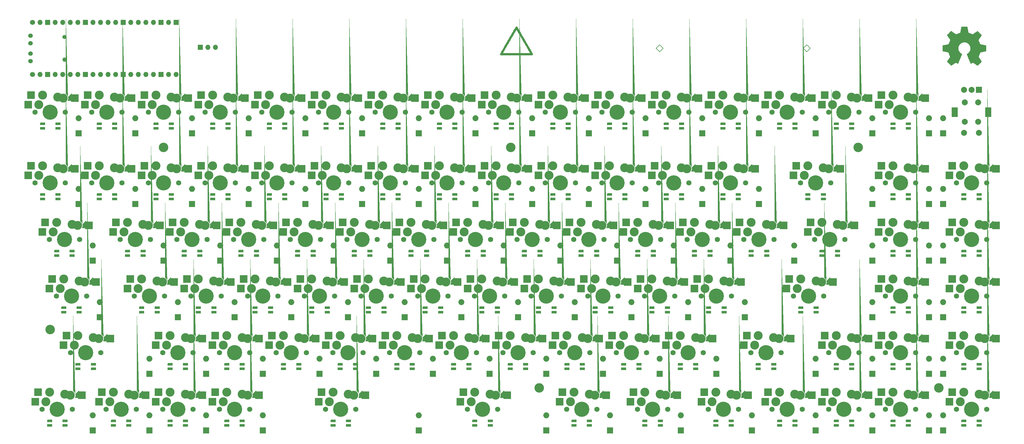
<source format=gbs>
%TF.GenerationSoftware,KiCad,Pcbnew,(6.0.2)*%
%TF.CreationDate,2022-08-29T12:15:15-07:00*%
%TF.ProjectId,tklc_v1_rgb,746b6c63-5f76-4315-9f72-67622e6b6963,rev?*%
%TF.SameCoordinates,Original*%
%TF.FileFunction,Soldermask,Bot*%
%TF.FilePolarity,Negative*%
%FSLAX46Y46*%
G04 Gerber Fmt 4.6, Leading zero omitted, Abs format (unit mm)*
G04 Created by KiCad (PCBNEW (6.0.2)) date 2022-08-29 12:15:15*
%MOMM*%
%LPD*%
G01*
G04 APERTURE LIST*
G04 Aperture macros list*
%AMOutline5P*
0 Free polygon, 5 corners , with rotation*
0 The origin of the aperture is its center*
0 number of corners: always 5*
0 $1 to $10 corner X, Y*
0 $11 Rotation angle, in degrees counterclockwise*
0 create outline with 5 corners*
4,1,5,$1,$2,$3,$4,$5,$6,$7,$8,$9,$10,$1,$2,$11*%
%AMOutline6P*
0 Free polygon, 6 corners , with rotation*
0 The origin of the aperture is its center*
0 number of corners: always 6*
0 $1 to $12 corner X, Y*
0 $13 Rotation angle, in degrees counterclockwise*
0 create outline with 6 corners*
4,1,6,$1,$2,$3,$4,$5,$6,$7,$8,$9,$10,$11,$12,$1,$2,$13*%
%AMOutline7P*
0 Free polygon, 7 corners , with rotation*
0 The origin of the aperture is its center*
0 number of corners: always 7*
0 $1 to $14 corner X, Y*
0 $15 Rotation angle, in degrees counterclockwise*
0 create outline with 7 corners*
4,1,7,$1,$2,$3,$4,$5,$6,$7,$8,$9,$10,$11,$12,$13,$14,$1,$2,$15*%
%AMOutline8P*
0 Free polygon, 8 corners , with rotation*
0 The origin of the aperture is its center*
0 number of corners: always 8*
0 $1 to $16 corner X, Y*
0 $17 Rotation angle, in degrees counterclockwise*
0 create outline with 8 corners*
4,1,8,$1,$2,$3,$4,$5,$6,$7,$8,$9,$10,$11,$12,$13,$14,$15,$16,$1,$2,$17*%
%AMFreePoly0*
4,1,63,1.190063,1.245106,1.205902,1.245106,1.218716,1.235796,1.233779,1.230902,1.243089,1.218089,1.255902,1.208779,1.260796,1.193716,1.270106,1.180902,1.270106,1.165063,1.275000,1.150000,1.275000,-1.150000,1.270106,-1.165063,1.270106,-1.180902,1.260796,-1.193716,1.255902,-1.208779,1.243089,-1.218089,1.233779,-1.230902,1.218716,-1.235796,1.205902,-1.245106,1.190063,-1.245106,
1.175000,-1.250000,0.000000,-1.250000,-0.009494,-1.246915,-0.020217,-1.248887,-0.055689,-1.231906,-0.058779,-1.230902,-0.059308,-1.230173,-0.075962,-1.222201,-0.105376,-1.167846,-0.097221,-1.106582,-0.090264,-1.099272,-0.009972,-0.897825,0.044937,-0.678104,0.069912,-0.453008,0.064502,-0.226594,0.028804,-0.002947,-0.036538,0.213900,-0.130345,0.420037,-0.250925,0.611747,-0.396105,0.785572,
-0.563266,0.938378,-0.741486,1.061927,-0.751326,1.064177,-0.754372,1.067666,-0.758779,1.069098,-0.774445,1.090661,-0.791970,1.110736,-0.792383,1.115351,-0.795106,1.119098,-0.795106,1.145746,-0.797484,1.172293,-0.795106,1.176269,-0.795106,1.180902,-0.779439,1.202466,-0.765762,1.225335,-0.761502,1.227154,-0.758779,1.230902,-0.733435,1.239137,-0.708922,1.249602,-0.704405,1.248569,
-0.700000,1.250000,1.175000,1.250000,1.190063,1.245106,1.190063,1.245106,$1*%
%AMFreePoly1*
4,1,63,1.190063,1.245106,1.205902,1.245106,1.218716,1.235796,1.233779,1.230902,1.243089,1.218089,1.255902,1.208779,1.260796,1.193716,1.270106,1.180902,1.270106,1.165063,1.275000,1.150000,1.275000,-1.150000,1.270106,-1.165063,1.270106,-1.180902,1.260796,-1.193716,1.255902,-1.208779,1.243089,-1.218089,1.233779,-1.230902,1.218716,-1.235796,1.205902,-1.245106,1.190063,-1.245106,
1.175000,-1.250000,0.000000,-1.250000,-0.058779,-1.230902,-0.066885,-1.219746,-0.073034,-1.216828,-0.085190,-1.194550,-0.095106,-1.180902,-0.095106,-1.176378,-0.102637,-1.162576,-0.094697,-1.101284,-0.087758,-1.093942,-0.008337,-0.892734,0.045782,-0.673367,0.070093,-0.448734,0.064158,-0.222867,0.028084,0.000179,-0.037481,0.216402,-0.131360,0.421920,-0.251869,0.613044,-0.396844,0.786345,
-0.563684,0.938711,-0.741480,1.061925,-0.751326,1.064177,-0.754372,1.067666,-0.758779,1.069098,-0.774445,1.090661,-0.791970,1.110736,-0.792383,1.115351,-0.795106,1.119098,-0.795106,1.145746,-0.797484,1.172293,-0.795106,1.176269,-0.795106,1.180902,-0.779439,1.202466,-0.765762,1.225335,-0.761502,1.227154,-0.758779,1.230902,-0.733435,1.239137,-0.708922,1.249602,-0.704405,1.248569,
-0.700000,1.250000,1.175000,1.250000,1.190063,1.245106,1.190063,1.245106,$1*%
%AMFreePoly2*
4,1,63,1.190063,1.245106,1.205902,1.245106,1.218716,1.235796,1.233779,1.230902,1.243089,1.218089,1.255902,1.208779,1.260796,1.193716,1.270106,1.180902,1.270106,1.165063,1.275000,1.150000,1.275000,-1.150000,1.270106,-1.165063,1.270106,-1.180902,1.260796,-1.193716,1.255902,-1.208779,1.243089,-1.218089,1.233779,-1.230902,1.218716,-1.235796,1.205902,-1.245106,1.190063,-1.245106,
1.175000,-1.250000,0.000000,-1.250000,-0.014432,-1.245311,-0.018704,-1.246104,-0.033086,-1.239250,-0.058779,-1.230902,-0.063110,-1.224941,-0.074496,-1.219515,-0.104004,-1.165211,-0.095957,-1.103934,-0.089008,-1.096606,-0.009153,-0.895280,0.045361,-0.675735,0.070003,-0.450870,0.064330,-0.224730,0.028444,-0.001384,-0.037009,0.215151,-0.130853,0.420979,-0.251397,0.612396,-0.396475,0.785958,
-0.563475,0.938544,-0.741484,1.061926,-0.751326,1.064177,-0.754372,1.067666,-0.758779,1.069098,-0.774445,1.090661,-0.791970,1.110736,-0.792383,1.115351,-0.795106,1.119098,-0.795106,1.145746,-0.797484,1.172293,-0.795106,1.176269,-0.795106,1.180902,-0.779439,1.202466,-0.765762,1.225335,-0.761502,1.227154,-0.758779,1.230902,-0.733435,1.239137,-0.708922,1.249602,-0.704405,1.248569,
-0.700000,1.250000,1.175000,1.250000,1.190063,1.245106,1.190063,1.245106,$1*%
G04 Aperture macros list end*
%ADD10C,0.200000*%
%ADD11R,2.000000X2.000000*%
%ADD12O,2.000000X2.000000*%
%ADD13C,1.750000*%
%ADD14C,3.000000*%
%ADD15C,5.100000*%
%ADD16R,2.550000X2.550000*%
%ADD17FreePoly0,0.000000*%
%ADD18R,2.550000X2.500000*%
%ADD19R,1.700000X0.820000*%
%ADD20Outline5P,-0.850000X0.246000X-0.686000X0.410000X0.850000X0.410000X0.850000X-0.410000X-0.850000X-0.410000X0.000000*%
%ADD21C,3.200000*%
%ADD22C,1.700000*%
%ADD23O,1.700000X1.700000*%
%ADD24R,1.700000X1.700000*%
%ADD25FreePoly1,0.000000*%
%ADD26C,1.524000*%
%ADD27C,2.000000*%
%ADD28FreePoly2,0.000000*%
%ADD29R,2.000000X3.200000*%
%ADD30C,1.400000*%
%ADD31O,1.400000X1.400000*%
G04 APERTURE END LIST*
D10*
X313730475Y-89296950D02*
X314920576Y-90487728D01*
X265509074Y-90487424D02*
X264318975Y-89296796D01*
X312539849Y-90487576D02*
X313730475Y-89296950D01*
X312539849Y-90487728D02*
X313729948Y-91678356D01*
X263128347Y-90487424D02*
X264318975Y-89296796D01*
X314920576Y-90487728D02*
X313729948Y-91678356D01*
X265509074Y-90487576D02*
X264318448Y-91678202D01*
X264318448Y-91678202D02*
X263128347Y-90487424D01*
%TO.C,G\u002A\u002A\u002A*%
G36*
X367724280Y-83232842D02*
G01*
X367727255Y-83242420D01*
X367739193Y-83293383D01*
X367757750Y-83381409D01*
X367781956Y-83501572D01*
X367810840Y-83648942D01*
X367843429Y-83818590D01*
X367878753Y-84005589D01*
X367915841Y-84205010D01*
X367949728Y-84387404D01*
X367990402Y-84601855D01*
X368024829Y-84777034D01*
X368053651Y-84915882D01*
X368077508Y-85021337D01*
X368097044Y-85096341D01*
X368112898Y-85143833D01*
X368125713Y-85166751D01*
X368125761Y-85166799D01*
X368156516Y-85185397D01*
X368222745Y-85217681D01*
X368318069Y-85261014D01*
X368436107Y-85312759D01*
X368570480Y-85370276D01*
X368714807Y-85430929D01*
X368862708Y-85492079D01*
X369007804Y-85551088D01*
X369143714Y-85605319D01*
X369264059Y-85652134D01*
X369362458Y-85688894D01*
X369432532Y-85712962D01*
X369467900Y-85721700D01*
X369477659Y-85718893D01*
X369522987Y-85695472D01*
X369597977Y-85650857D01*
X369697765Y-85588135D01*
X369817487Y-85510392D01*
X369952280Y-85420717D01*
X370097280Y-85322196D01*
X370142085Y-85291444D01*
X370356142Y-85144562D01*
X370536668Y-85020799D01*
X370686614Y-84918184D01*
X370808933Y-84834744D01*
X370906578Y-84768506D01*
X370982501Y-84717499D01*
X371039654Y-84679750D01*
X371080991Y-84653287D01*
X371109462Y-84636138D01*
X371128022Y-84626330D01*
X371139622Y-84621892D01*
X371147215Y-84620850D01*
X371169027Y-84636172D01*
X371218235Y-84679789D01*
X371290837Y-84747723D01*
X371382863Y-84835995D01*
X371490342Y-84940628D01*
X371609304Y-85057642D01*
X371735780Y-85183060D01*
X371865797Y-85312904D01*
X371995388Y-85443194D01*
X372120581Y-85569954D01*
X372237406Y-85689204D01*
X372341892Y-85796966D01*
X372430071Y-85889262D01*
X372497971Y-85962113D01*
X372541623Y-86011542D01*
X372557056Y-86033570D01*
X372553945Y-86041494D01*
X372529877Y-86083106D01*
X372484220Y-86155670D01*
X372419626Y-86255159D01*
X372338746Y-86377546D01*
X372244233Y-86518803D01*
X372138737Y-86674904D01*
X372024909Y-86841821D01*
X371969235Y-86923300D01*
X371858414Y-87086683D01*
X371756868Y-87237968D01*
X371667315Y-87373010D01*
X371592472Y-87487664D01*
X371535058Y-87577784D01*
X371497788Y-87639226D01*
X371483382Y-87667845D01*
X371484087Y-87680049D01*
X371498368Y-87732598D01*
X371527770Y-87816809D01*
X371569650Y-87926561D01*
X371621368Y-88055736D01*
X371680283Y-88198212D01*
X371743754Y-88347870D01*
X371809141Y-88498589D01*
X371873803Y-88644251D01*
X371935099Y-88778734D01*
X371990388Y-88895919D01*
X372037029Y-88989686D01*
X372072382Y-89053915D01*
X372093805Y-89082486D01*
X372101685Y-89085880D01*
X372150097Y-89099400D01*
X372235799Y-89119439D01*
X372353846Y-89144969D01*
X372499290Y-89174962D01*
X372667187Y-89208387D01*
X372852589Y-89244219D01*
X373050551Y-89281426D01*
X373129605Y-89296113D01*
X373352033Y-89337916D01*
X373534693Y-89373158D01*
X373681040Y-89402607D01*
X373794529Y-89427030D01*
X373878615Y-89447194D01*
X373936752Y-89463866D01*
X373972397Y-89477813D01*
X373989002Y-89489802D01*
X373991495Y-89494098D01*
X373998585Y-89519532D01*
X374004392Y-89565451D01*
X374009020Y-89635352D01*
X374012573Y-89732729D01*
X374015155Y-89861077D01*
X374016870Y-90023893D01*
X374017823Y-90224670D01*
X374018118Y-90466904D01*
X374018114Y-90517422D01*
X374017935Y-90740021D01*
X374017368Y-90922700D01*
X374016247Y-91069645D01*
X374014403Y-91185040D01*
X374011669Y-91273071D01*
X374007877Y-91337923D01*
X374002860Y-91383781D01*
X373996450Y-91414830D01*
X373988480Y-91435254D01*
X373978781Y-91449240D01*
X373966140Y-91459610D01*
X373938545Y-91472956D01*
X373893981Y-91487795D01*
X373828543Y-91505003D01*
X373738326Y-91525457D01*
X373619426Y-91550031D01*
X373467936Y-91579603D01*
X373279952Y-91615048D01*
X373051569Y-91657242D01*
X372857356Y-91693375D01*
X372656631Y-91731920D01*
X372482764Y-91766669D01*
X372339249Y-91796881D01*
X372229579Y-91821819D01*
X372157249Y-91840745D01*
X372125753Y-91852919D01*
X372114520Y-91869980D01*
X372086648Y-91925765D01*
X372046199Y-92014513D01*
X371995389Y-92131124D01*
X371936430Y-92270493D01*
X371871536Y-92427518D01*
X371802920Y-92597097D01*
X371782184Y-92648929D01*
X371707814Y-92836015D01*
X371648901Y-92986814D01*
X371604004Y-93105527D01*
X371571682Y-93196351D01*
X371550491Y-93263486D01*
X371538989Y-93311131D01*
X371535736Y-93343484D01*
X371539289Y-93364744D01*
X371539411Y-93365058D01*
X371557275Y-93396776D01*
X371597702Y-93460820D01*
X371657694Y-93552682D01*
X371734258Y-93667856D01*
X371824396Y-93801834D01*
X371925114Y-93950110D01*
X372033417Y-94108178D01*
X372055039Y-94139603D01*
X372181403Y-94323345D01*
X372284825Y-94474145D01*
X372367511Y-94595546D01*
X372431667Y-94691094D01*
X372479500Y-94764333D01*
X372513214Y-94818807D01*
X372535016Y-94858060D01*
X372547112Y-94885639D01*
X372551708Y-94905086D01*
X372551010Y-94919947D01*
X372547223Y-94933765D01*
X372541516Y-94942462D01*
X372508022Y-94981345D01*
X372447713Y-95046508D01*
X372363967Y-95134448D01*
X372260163Y-95241663D01*
X372139679Y-95364650D01*
X372005895Y-95499907D01*
X371862189Y-95643931D01*
X371816284Y-95689719D01*
X371655953Y-95849112D01*
X371523503Y-95979671D01*
X371416078Y-96083998D01*
X371330822Y-96164698D01*
X371264879Y-96224375D01*
X371215393Y-96265631D01*
X371179508Y-96291070D01*
X371154368Y-96303296D01*
X371137116Y-96304912D01*
X371135995Y-96304629D01*
X371103266Y-96287875D01*
X371038443Y-96248557D01*
X370945955Y-96189573D01*
X370830231Y-96113820D01*
X370695701Y-96024196D01*
X370546794Y-95923596D01*
X370387941Y-95814919D01*
X370376137Y-95806797D01*
X370217540Y-95698141D01*
X370069053Y-95597264D01*
X369935148Y-95507140D01*
X369820295Y-95430746D01*
X369728965Y-95371056D01*
X369665627Y-95331045D01*
X369634754Y-95313688D01*
X369633380Y-95313174D01*
X369607461Y-95308243D01*
X369573722Y-95312768D01*
X369525906Y-95329295D01*
X369457760Y-95360374D01*
X369363030Y-95408552D01*
X369235459Y-95476379D01*
X369143833Y-95524613D01*
X369037821Y-95577738D01*
X368949241Y-95619126D01*
X368885377Y-95645404D01*
X368853513Y-95653199D01*
X368851178Y-95652068D01*
X368835814Y-95631888D01*
X368810442Y-95585411D01*
X368774314Y-95510925D01*
X368726679Y-95406714D01*
X368666789Y-95271067D01*
X368593894Y-95102269D01*
X368507244Y-94898607D01*
X368406091Y-94658367D01*
X368289685Y-94379837D01*
X368157276Y-94061302D01*
X368143932Y-94029121D01*
X368039634Y-93776774D01*
X367940806Y-93536261D01*
X367848769Y-93310875D01*
X367764841Y-93103911D01*
X367690341Y-92918661D01*
X367626587Y-92758419D01*
X367574899Y-92626480D01*
X367536596Y-92526136D01*
X367512995Y-92460682D01*
X367505417Y-92433411D01*
X367508587Y-92424243D01*
X367541687Y-92384240D01*
X367605409Y-92329243D01*
X367693533Y-92264826D01*
X367755394Y-92221859D01*
X367964047Y-92064948D01*
X368137465Y-91911860D01*
X368281992Y-91755942D01*
X368403974Y-91590542D01*
X368509756Y-91409006D01*
X368581390Y-91255694D01*
X368673253Y-90979811D01*
X368723896Y-90696680D01*
X368733960Y-90411041D01*
X368704089Y-90127635D01*
X368634926Y-89851202D01*
X368527114Y-89586483D01*
X368381296Y-89338219D01*
X368198114Y-89111148D01*
X368063837Y-88978753D01*
X367827661Y-88792281D01*
X367574869Y-88647552D01*
X367305063Y-88544390D01*
X367017842Y-88482621D01*
X366712808Y-88462070D01*
X366527100Y-88469507D01*
X366232833Y-88514839D01*
X365956139Y-88601495D01*
X365696619Y-88729649D01*
X365453873Y-88899475D01*
X365227502Y-89111148D01*
X365220243Y-89118926D01*
X365037242Y-89347654D01*
X364892699Y-89595443D01*
X364786761Y-89857979D01*
X364719571Y-90130950D01*
X364691278Y-90410042D01*
X364702026Y-90690940D01*
X364751962Y-90969333D01*
X364841231Y-91240905D01*
X364969979Y-91501345D01*
X365138353Y-91746337D01*
X365187530Y-91805752D01*
X365291703Y-91917427D01*
X365410620Y-92025593D01*
X365552921Y-92137811D01*
X365727246Y-92261641D01*
X365762950Y-92286622D01*
X365844436Y-92349131D01*
X365898833Y-92399825D01*
X365920199Y-92433411D01*
X365920173Y-92434617D01*
X365910522Y-92466837D01*
X365885013Y-92536828D01*
X365844966Y-92641297D01*
X365791700Y-92776951D01*
X365726532Y-92940496D01*
X365650782Y-93128637D01*
X365565769Y-93338082D01*
X365472812Y-93565537D01*
X365373229Y-93807708D01*
X365268340Y-94061302D01*
X365214866Y-94190121D01*
X365089532Y-94491098D01*
X364979868Y-94752882D01*
X364885082Y-94977281D01*
X364804382Y-95166106D01*
X364736978Y-95321164D01*
X364682076Y-95444266D01*
X364638886Y-95537219D01*
X364606615Y-95601834D01*
X364584473Y-95639919D01*
X364571667Y-95653283D01*
X364549281Y-95648806D01*
X364491385Y-95626191D01*
X364407261Y-95587772D01*
X364304213Y-95536919D01*
X364189543Y-95477000D01*
X364064921Y-95410864D01*
X363968844Y-95362091D01*
X363899598Y-95330553D01*
X363850965Y-95313711D01*
X363816732Y-95309022D01*
X363790684Y-95313947D01*
X363789621Y-95314372D01*
X363756256Y-95333311D01*
X363690759Y-95374699D01*
X363597597Y-95435568D01*
X363481240Y-95512948D01*
X363346156Y-95603868D01*
X363196811Y-95705359D01*
X363037675Y-95814452D01*
X363024387Y-95823596D01*
X362866184Y-95931744D01*
X362718291Y-96031585D01*
X362585138Y-96120219D01*
X362471152Y-96194749D01*
X362380764Y-96252275D01*
X362318404Y-96289900D01*
X362288500Y-96304723D01*
X362284339Y-96305207D01*
X362265271Y-96301029D01*
X362237621Y-96285611D01*
X362198528Y-96256346D01*
X362145131Y-96210626D01*
X362074567Y-96145843D01*
X361983977Y-96059390D01*
X361870497Y-95948659D01*
X361731268Y-95811042D01*
X361563427Y-95643931D01*
X361487221Y-95567710D01*
X361348283Y-95427835D01*
X361221035Y-95298560D01*
X361108856Y-95183387D01*
X361015123Y-95085818D01*
X360943216Y-95009357D01*
X360896513Y-94957505D01*
X360878393Y-94933765D01*
X360877698Y-94931565D01*
X360874243Y-94917816D01*
X360874215Y-94902481D01*
X360879822Y-94882013D01*
X360893268Y-94852869D01*
X360916759Y-94811504D01*
X360952502Y-94754373D01*
X361002703Y-94677932D01*
X361069567Y-94578637D01*
X361155301Y-94452942D01*
X361262109Y-94297304D01*
X361392199Y-94108178D01*
X361394759Y-94104456D01*
X361502921Y-93946564D01*
X361603429Y-93798567D01*
X361693288Y-93664971D01*
X361769503Y-93550284D01*
X361829078Y-93459013D01*
X361869018Y-93395664D01*
X361886327Y-93364744D01*
X361887749Y-93360336D01*
X361889768Y-93336747D01*
X361884628Y-93301036D01*
X361870887Y-93249007D01*
X361847102Y-93176458D01*
X361811833Y-93079191D01*
X361763637Y-92953008D01*
X361701072Y-92793710D01*
X361622695Y-92597097D01*
X361571608Y-92470503D01*
X361505538Y-92309741D01*
X361444827Y-92165316D01*
X361391691Y-92042330D01*
X361348343Y-91945885D01*
X361316995Y-91881082D01*
X361299863Y-91853024D01*
X361273647Y-91842513D01*
X361205546Y-91824344D01*
X361099927Y-91800108D01*
X360960379Y-91770562D01*
X360790491Y-91736463D01*
X360593850Y-91698569D01*
X360374047Y-91657637D01*
X360173614Y-91620690D01*
X359980876Y-91584525D01*
X359825104Y-91554343D01*
X359702371Y-91529263D01*
X359608750Y-91508402D01*
X359540312Y-91490880D01*
X359493132Y-91475814D01*
X359463282Y-91462325D01*
X359446834Y-91449529D01*
X359444731Y-91447009D01*
X359435394Y-91431987D01*
X359427752Y-91409687D01*
X359421636Y-91375922D01*
X359416880Y-91326507D01*
X359413315Y-91257253D01*
X359410774Y-91163976D01*
X359409090Y-91042489D01*
X359408094Y-90888606D01*
X359407619Y-90698139D01*
X359407498Y-90466904D01*
X359407547Y-90359480D01*
X359408086Y-90136223D01*
X359409308Y-89952828D01*
X359411322Y-89805716D01*
X359414234Y-89691312D01*
X359418153Y-89606037D01*
X359423188Y-89546316D01*
X359429446Y-89508571D01*
X359437036Y-89489225D01*
X359441971Y-89484256D01*
X359465434Y-89471604D01*
X359508464Y-89456867D01*
X359574594Y-89439259D01*
X359667361Y-89417994D01*
X359790298Y-89392287D01*
X359946942Y-89361352D01*
X360140826Y-89324403D01*
X360375487Y-89280656D01*
X360456657Y-89265552D01*
X360650098Y-89228857D01*
X360828979Y-89193956D01*
X360988352Y-89161876D01*
X361123269Y-89133643D01*
X361228784Y-89110285D01*
X361299947Y-89092826D01*
X361331811Y-89082293D01*
X361338504Y-89075005D01*
X361364586Y-89031427D01*
X361403906Y-88955054D01*
X361453800Y-88851944D01*
X361511598Y-88728158D01*
X361574636Y-88589754D01*
X361640246Y-88442791D01*
X361705760Y-88293331D01*
X361768512Y-88147431D01*
X361825835Y-88011151D01*
X361875062Y-87890551D01*
X361913527Y-87791690D01*
X361938561Y-87720627D01*
X361947498Y-87683422D01*
X361944629Y-87674769D01*
X361920934Y-87631344D01*
X361875507Y-87557077D01*
X361811018Y-87456072D01*
X361730138Y-87332432D01*
X361635538Y-87190261D01*
X361529891Y-87033661D01*
X361415866Y-86866737D01*
X361361746Y-86787803D01*
X361250678Y-86624620D01*
X361148836Y-86473407D01*
X361058955Y-86338322D01*
X360983771Y-86223527D01*
X360926019Y-86133180D01*
X360888435Y-86071441D01*
X360873756Y-86042469D01*
X360875262Y-86026414D01*
X360887904Y-86000723D01*
X360914500Y-85963526D01*
X360957640Y-85911967D01*
X361019914Y-85843193D01*
X361103913Y-85754348D01*
X361212227Y-85642579D01*
X361347445Y-85505029D01*
X361512158Y-85338845D01*
X361566265Y-85284500D01*
X361706291Y-85144801D01*
X361837121Y-85015594D01*
X361955032Y-84900474D01*
X362056303Y-84803031D01*
X362137212Y-84726859D01*
X362194036Y-84675549D01*
X362223055Y-84652695D01*
X362270681Y-84634166D01*
X362324650Y-84640667D01*
X362332624Y-84645532D01*
X362375001Y-84673353D01*
X362448415Y-84722567D01*
X362548760Y-84790388D01*
X362671933Y-84874033D01*
X362813828Y-84970716D01*
X362970342Y-85077652D01*
X363137369Y-85192057D01*
X363217139Y-85246604D01*
X363379735Y-85356784D01*
X363530076Y-85457337D01*
X363664050Y-85545593D01*
X363777546Y-85618884D01*
X363866453Y-85674539D01*
X363926658Y-85709890D01*
X363954050Y-85722266D01*
X363955352Y-85722210D01*
X363992642Y-85712354D01*
X364064248Y-85687372D01*
X364163821Y-85649889D01*
X364285012Y-85602531D01*
X364421474Y-85547924D01*
X364566857Y-85488694D01*
X364714813Y-85427465D01*
X364858995Y-85366863D01*
X364993053Y-85309514D01*
X365110640Y-85258044D01*
X365205406Y-85215078D01*
X365271004Y-85183241D01*
X365301085Y-85165159D01*
X365304692Y-85160400D01*
X365318944Y-85126302D01*
X365337339Y-85062015D01*
X365360392Y-84965175D01*
X365388615Y-84833418D01*
X365422520Y-84664381D01*
X365462622Y-84455699D01*
X365509432Y-84205010D01*
X365526465Y-84113134D01*
X365562909Y-83918752D01*
X365597149Y-83739031D01*
X365628213Y-83578900D01*
X365655126Y-83443288D01*
X365676918Y-83337122D01*
X365692616Y-83265330D01*
X365701248Y-83232842D01*
X365722818Y-83182266D01*
X367702798Y-83182266D01*
X367724280Y-83232842D01*
G37*
%TO.C,Ge*%
G36*
X221632637Y-92128462D02*
G01*
X221647273Y-92154611D01*
X221699536Y-92253275D01*
X221731856Y-92327523D01*
X221748281Y-92388024D01*
X221752857Y-92445448D01*
X221734526Y-92555420D01*
X221674428Y-92662125D01*
X221574588Y-92751978D01*
X221498539Y-92803227D01*
X216187699Y-92797469D01*
X210876859Y-92791710D01*
X210813398Y-92745439D01*
X210767692Y-92703931D01*
X210704315Y-92612391D01*
X210664176Y-92508015D01*
X210655352Y-92408051D01*
X210655524Y-92407029D01*
X210669603Y-92374254D01*
X210705050Y-92304940D01*
X210760654Y-92201184D01*
X210835202Y-92065087D01*
X210844996Y-92047432D01*
X211682768Y-92047432D01*
X211688297Y-92048112D01*
X211732014Y-92049454D01*
X211817513Y-92050755D01*
X211942673Y-92052010D01*
X212105375Y-92053212D01*
X212303501Y-92054355D01*
X212534930Y-92055432D01*
X212797543Y-92056437D01*
X213089220Y-92057364D01*
X213407843Y-92058206D01*
X213751293Y-92058956D01*
X214117448Y-92059609D01*
X214504191Y-92060157D01*
X214909402Y-92060595D01*
X215330960Y-92060915D01*
X215766748Y-92061112D01*
X216214646Y-92061179D01*
X220746523Y-92061179D01*
X220714389Y-92010604D01*
X220711760Y-92006234D01*
X220689625Y-91968365D01*
X220646511Y-91894112D01*
X220583506Y-91785356D01*
X220501695Y-91643978D01*
X220402166Y-91471859D01*
X220286004Y-91270879D01*
X220154295Y-91042920D01*
X220008127Y-90789863D01*
X219848585Y-90513588D01*
X219676756Y-90215977D01*
X219493727Y-89898911D01*
X219300583Y-89564270D01*
X219098411Y-89213936D01*
X218888298Y-88849789D01*
X218671329Y-88473711D01*
X218448592Y-88087583D01*
X218341422Y-87901805D01*
X218075384Y-87440845D01*
X217830633Y-87017112D01*
X217606408Y-86629310D01*
X217401948Y-86276144D01*
X217216490Y-85956321D01*
X217049276Y-85668547D01*
X216899543Y-85411526D01*
X216766530Y-85183964D01*
X216649476Y-84984568D01*
X216547621Y-84812043D01*
X216460203Y-84665094D01*
X216386462Y-84542427D01*
X216325635Y-84442748D01*
X216276963Y-84364762D01*
X216239684Y-84307176D01*
X216213037Y-84268693D01*
X216196261Y-84248022D01*
X216188594Y-84243866D01*
X216184114Y-84250726D01*
X216159205Y-84292229D01*
X216113913Y-84369133D01*
X216049539Y-84479186D01*
X215967382Y-84620138D01*
X215868744Y-84789735D01*
X215754923Y-84985727D01*
X215627220Y-85205861D01*
X215486936Y-85447886D01*
X215335370Y-85709550D01*
X215173823Y-85988601D01*
X215003595Y-86282788D01*
X214825986Y-86589858D01*
X214642296Y-86907560D01*
X214453826Y-87233643D01*
X214261875Y-87565853D01*
X214067744Y-87901941D01*
X213872733Y-88239654D01*
X213678142Y-88576739D01*
X213485272Y-88910947D01*
X213295421Y-89240023D01*
X213109892Y-89561718D01*
X212929983Y-89873779D01*
X212756995Y-90173954D01*
X212592229Y-90459992D01*
X212436984Y-90729641D01*
X212292560Y-90980649D01*
X212160258Y-91210765D01*
X212041378Y-91417736D01*
X211937221Y-91599310D01*
X211849085Y-91753237D01*
X211778272Y-91877265D01*
X211726081Y-91969141D01*
X211693813Y-92026614D01*
X211682768Y-92047432D01*
X210844996Y-92047432D01*
X210927483Y-91898746D01*
X211036284Y-91704260D01*
X211160395Y-91483729D01*
X211298602Y-91239251D01*
X211449694Y-90972924D01*
X211612460Y-90686848D01*
X211785687Y-90383121D01*
X211968164Y-90063842D01*
X212158679Y-89731110D01*
X212356020Y-89387024D01*
X212558974Y-89033682D01*
X212766331Y-88673183D01*
X212976879Y-88307625D01*
X213189404Y-87939109D01*
X213402697Y-87569732D01*
X213615544Y-87201593D01*
X213826735Y-86836792D01*
X214035056Y-86477426D01*
X214239297Y-86125594D01*
X214438246Y-85783396D01*
X214630689Y-85452930D01*
X214815417Y-85136295D01*
X214991217Y-84835589D01*
X215156876Y-84552912D01*
X215311184Y-84290362D01*
X215452928Y-84050037D01*
X215580897Y-83834038D01*
X215693879Y-83644462D01*
X215790661Y-83483408D01*
X215870032Y-83352976D01*
X215930780Y-83255263D01*
X215971694Y-83192368D01*
X215991561Y-83166391D01*
X216013494Y-83150960D01*
X216124231Y-83104568D01*
X216244579Y-83099287D01*
X216366005Y-83135817D01*
X216397436Y-83152568D01*
X216459760Y-83194841D01*
X216499107Y-83234097D01*
X216499581Y-83234849D01*
X216516108Y-83262880D01*
X216553734Y-83327499D01*
X216611232Y-83426584D01*
X216687376Y-83558010D01*
X216780940Y-83719653D01*
X216890698Y-83909388D01*
X217015424Y-84125092D01*
X217153893Y-84364640D01*
X217304877Y-84625908D01*
X217467151Y-84906772D01*
X217639490Y-85205108D01*
X217820666Y-85518791D01*
X218009455Y-85845697D01*
X218204629Y-86183702D01*
X218404963Y-86530682D01*
X218609231Y-86884512D01*
X218816207Y-87243069D01*
X219024665Y-87604228D01*
X219233379Y-87965865D01*
X219441122Y-88325856D01*
X219646669Y-88682076D01*
X219848794Y-89032401D01*
X220046271Y-89374708D01*
X220237873Y-89706872D01*
X220422376Y-90026768D01*
X220598551Y-90332273D01*
X220765175Y-90621262D01*
X220921020Y-90891611D01*
X221064861Y-91141196D01*
X221195471Y-91367893D01*
X221311625Y-91569577D01*
X221412096Y-91744124D01*
X221495659Y-91889411D01*
X221561088Y-92003312D01*
X221594248Y-92061179D01*
X221607156Y-92083704D01*
X221632637Y-92128462D01*
G37*
%TD*%
D11*
%TO.C,D86*%
X247650000Y-219075000D03*
D12*
X247650000Y-213995000D03*
%TD*%
D11*
%TO.C,D76*%
X316706250Y-200025000D03*
D12*
X316706250Y-194945000D03*
%TD*%
D11*
%TO.C,D12*%
X278606250Y-119062500D03*
D12*
X278606250Y-113982500D03*
%TD*%
D13*
%TO.C,SW46*%
X302736250Y-154781250D03*
D14*
X300196250Y-149701250D03*
D15*
X297656250Y-154781250D03*
D14*
X295056250Y-149031250D03*
X302056250Y-150081250D03*
D13*
X292576250Y-154781250D03*
D14*
X293846250Y-152241250D03*
D16*
X305931250Y-150081250D03*
D17*
X303671250Y-149701250D03*
D18*
X290246250Y-152241250D03*
D16*
X291181250Y-149031250D03*
D19*
X300256250Y-160231250D03*
X295056250Y-160231250D03*
X300256250Y-158731250D03*
D20*
X295056250Y-158731250D03*
%TD*%
D21*
%TO.C,REF\u002A\u002A*%
X59531300Y-185142343D03*
%TD*%
D11*
%TO.C,D64*%
X359568750Y-180975000D03*
D12*
X359568750Y-175895000D03*
%TD*%
D11*
%TO.C,D26*%
X221456250Y-142875000D03*
D12*
X221456250Y-137795000D03*
%TD*%
D11*
%TO.C,D43*%
X250031250Y-161925000D03*
D12*
X250031250Y-156845000D03*
%TD*%
D11*
%TO.C,D29*%
X278606250Y-142875000D03*
D12*
X278606250Y-137795000D03*
%TD*%
D11*
%TO.C,D92*%
X359568750Y-219075000D03*
D12*
X359568750Y-213995000D03*
%TD*%
D11*
%TO.C,D72*%
X226218750Y-200025000D03*
D12*
X226218750Y-194945000D03*
%TD*%
D11*
%TO.C,D25*%
X202406250Y-142875000D03*
D12*
X202406250Y-137795000D03*
%TD*%
D11*
%TO.C,D69*%
X169068750Y-200025000D03*
D12*
X169068750Y-194945000D03*
%TD*%
D11*
%TO.C,D15*%
X335756250Y-119062500D03*
D12*
X335756250Y-113982500D03*
%TD*%
D11*
%TO.C,D41*%
X211931250Y-161925000D03*
D12*
X211931250Y-156845000D03*
%TD*%
D14*
%TO.C,SW6*%
X150971250Y-109378750D03*
X157321250Y-106838750D03*
D13*
X159861250Y-111918750D03*
D14*
X152181250Y-106168750D03*
X159181250Y-107218750D03*
D15*
X154781250Y-111918750D03*
D13*
X149701250Y-111918750D03*
D16*
X163056250Y-107218750D03*
D17*
X160796250Y-106838750D03*
D16*
X148306250Y-106168750D03*
D18*
X147371250Y-109378750D03*
D19*
X157381250Y-117368750D03*
X152181250Y-117368750D03*
X157381250Y-115868750D03*
D20*
X152181250Y-115868750D03*
%TD*%
D15*
%TO.C,SW49*%
X369093750Y-154781250D03*
D13*
X364013750Y-154781250D03*
D14*
X371633750Y-149701250D03*
X373493750Y-150081250D03*
X366493750Y-149031250D03*
X365283750Y-152241250D03*
D13*
X374173750Y-154781250D03*
D17*
X375108750Y-149701250D03*
D16*
X377318750Y-150081250D03*
X362618750Y-149031250D03*
D18*
X361683750Y-152241250D03*
D19*
X371693750Y-160231250D03*
X366493750Y-160231250D03*
X371693750Y-158731250D03*
D20*
X366493750Y-158731250D03*
%TD*%
D11*
%TO.C,D1*%
X69056250Y-119062500D03*
D12*
X69056250Y-113982500D03*
%TD*%
D11*
%TO.C,D27*%
X240506250Y-142875000D03*
D12*
X240506250Y-137795000D03*
%TD*%
D14*
%TO.C,SW59*%
X249668750Y-169131250D03*
X242668750Y-168081250D03*
D13*
X250348750Y-173831250D03*
D15*
X245268750Y-173831250D03*
D14*
X241458750Y-171291250D03*
D13*
X240188750Y-173831250D03*
D14*
X247808750Y-168751250D03*
D17*
X251283750Y-168751250D03*
D16*
X253543750Y-169131250D03*
D18*
X237858750Y-171291250D03*
D16*
X238793750Y-168081250D03*
D19*
X247868750Y-179281250D03*
X242668750Y-179281250D03*
X247868750Y-177781250D03*
D20*
X242668750Y-177781250D03*
%TD*%
D21*
%TO.C,REF\u002A\u002A*%
X358080769Y-204787672D03*
%TD*%
D11*
%TO.C,D70*%
X188118750Y-200025000D03*
D12*
X188118750Y-194945000D03*
%TD*%
D14*
%TO.C,SW42*%
X218856250Y-149031250D03*
X217646250Y-152241250D03*
X225856250Y-150081250D03*
D13*
X226536250Y-154781250D03*
D15*
X221456250Y-154781250D03*
D14*
X223996250Y-149701250D03*
D13*
X216376250Y-154781250D03*
D16*
X229731250Y-150081250D03*
D17*
X227471250Y-149701250D03*
D18*
X214046250Y-152241250D03*
D16*
X214981250Y-149031250D03*
D19*
X224056250Y-160231250D03*
X218856250Y-160231250D03*
X224056250Y-158731250D03*
D20*
X218856250Y-158731250D03*
%TD*%
D22*
%TO.C,WeAct RP2040-Pico*%
X53554900Y-99277576D03*
D23*
X56094900Y-99277576D03*
D24*
X58634900Y-99277576D03*
D23*
X61174900Y-99277576D03*
X63714900Y-99277576D03*
X66254900Y-99277576D03*
X68794900Y-99277576D03*
D24*
X71334900Y-99277576D03*
D23*
X73874900Y-99277576D03*
X76414900Y-99277576D03*
X78954900Y-99277576D03*
X81494900Y-99277576D03*
D24*
X84034900Y-99277576D03*
D23*
X86574900Y-99277576D03*
X89114900Y-99277576D03*
X91654900Y-99277576D03*
X94194900Y-99277576D03*
D24*
X96734900Y-99277576D03*
D23*
X99274900Y-99277576D03*
X101814900Y-99277576D03*
D24*
X101814900Y-81713576D03*
D23*
X99274900Y-81713576D03*
D24*
X96734900Y-81713576D03*
D23*
X94194900Y-81713576D03*
X91654900Y-81713576D03*
X89114900Y-81713576D03*
X86574900Y-81713576D03*
D24*
X84034900Y-81713576D03*
D23*
X81494900Y-81713576D03*
X78954900Y-81713576D03*
X76414900Y-81713576D03*
X73874900Y-81713576D03*
D24*
X71334900Y-81713576D03*
D23*
X68794900Y-81713576D03*
X66254900Y-81713576D03*
X63714900Y-81713576D03*
X61174900Y-81713576D03*
D24*
X58634900Y-81713576D03*
D23*
X56094900Y-81713576D03*
D22*
X53554900Y-81713576D03*
%TD*%
D14*
%TO.C,SW1*%
X62071250Y-106838750D03*
X56931250Y-106168750D03*
X63931250Y-107218750D03*
X55721250Y-109378750D03*
D13*
X64611250Y-111918750D03*
D15*
X59531250Y-111918750D03*
D13*
X54451250Y-111918750D03*
D17*
X65546250Y-106838750D03*
D16*
X67806250Y-107218750D03*
X53056250Y-106168750D03*
D18*
X52121250Y-109378750D03*
D19*
X62131250Y-117368750D03*
X56931250Y-117368750D03*
X62131250Y-115868750D03*
D20*
X56931250Y-115868750D03*
%TD*%
D11*
%TO.C,D50*%
X76200000Y-180975000D03*
D12*
X76200000Y-175895000D03*
%TD*%
D11*
%TO.C,D39*%
X173831250Y-161925000D03*
D12*
X173831250Y-156845000D03*
%TD*%
D11*
%TO.C,D48*%
X354806250Y-161925000D03*
D12*
X354806250Y-156845000D03*
%TD*%
D14*
%TO.C,SW66*%
X104933750Y-187801250D03*
D13*
X107473750Y-192881250D03*
D15*
X102393750Y-192881250D03*
D14*
X98583750Y-190341250D03*
X99793750Y-187131250D03*
D13*
X97313750Y-192881250D03*
D14*
X106793750Y-188181250D03*
D16*
X110668750Y-188181250D03*
D17*
X108408750Y-187801250D03*
D18*
X94983750Y-190341250D03*
D16*
X95918750Y-187131250D03*
D19*
X104993750Y-198331250D03*
X99793750Y-198331250D03*
X104993750Y-196831250D03*
D20*
X99793750Y-196831250D03*
%TD*%
D13*
%TO.C,SW14*%
X312261250Y-111918750D03*
D14*
X309721250Y-106838750D03*
X303371250Y-109378750D03*
D15*
X307181250Y-111918750D03*
D13*
X302101250Y-111918750D03*
D14*
X311581250Y-107218750D03*
X304581250Y-106168750D03*
D16*
X315456250Y-107218750D03*
D17*
X313196250Y-106838750D03*
D16*
X300706250Y-106168750D03*
D18*
X299771250Y-109378750D03*
D19*
X309781250Y-117368750D03*
X304581250Y-117368750D03*
X309781250Y-115868750D03*
D20*
X304581250Y-115868750D03*
%TD*%
D14*
%TO.C,SW21*%
X119221250Y-130651250D03*
X112871250Y-133191250D03*
D13*
X111601250Y-135731250D03*
X121761250Y-135731250D03*
D15*
X116681250Y-135731250D03*
D14*
X121081250Y-131031250D03*
X114081250Y-129981250D03*
D17*
X122696250Y-130651250D03*
D16*
X124956250Y-131031250D03*
D18*
X109271250Y-133191250D03*
D16*
X110206250Y-129981250D03*
D19*
X119281250Y-141181250D03*
X114081250Y-141181250D03*
X119281250Y-139681250D03*
D20*
X114081250Y-139681250D03*
%TD*%
D11*
%TO.C,D90*%
X335756250Y-219075000D03*
D12*
X335756250Y-213995000D03*
%TD*%
D11*
%TO.C,D38*%
X154781250Y-161925000D03*
D12*
X154781250Y-156845000D03*
%TD*%
D13*
%TO.C,SW27*%
X225901250Y-135731250D03*
D15*
X230981250Y-135731250D03*
D14*
X235381250Y-131031250D03*
X233521250Y-130651250D03*
D13*
X236061250Y-135731250D03*
D14*
X228381250Y-129981250D03*
X227171250Y-133191250D03*
D16*
X239256250Y-131031250D03*
D17*
X236996250Y-130651250D03*
D16*
X224506250Y-129981250D03*
D18*
X223571250Y-133191250D03*
D19*
X233581250Y-141181250D03*
X228381250Y-141181250D03*
X233581250Y-139681250D03*
D20*
X228381250Y-139681250D03*
%TD*%
D13*
%TO.C,SW28*%
X244951250Y-135731250D03*
D14*
X247431250Y-129981250D03*
D13*
X255111250Y-135731250D03*
D14*
X252571250Y-130651250D03*
X254431250Y-131031250D03*
D15*
X250031250Y-135731250D03*
D14*
X246221250Y-133191250D03*
D17*
X256046250Y-130651250D03*
D16*
X258306250Y-131031250D03*
X243556250Y-129981250D03*
D18*
X242621250Y-133191250D03*
D19*
X252631250Y-141181250D03*
X247431250Y-141181250D03*
X252631250Y-139681250D03*
D20*
X247431250Y-139681250D03*
%TD*%
D21*
%TO.C,REF\u002A\u002A*%
X97631292Y-123825104D03*
%TD*%
D14*
%TO.C,SW7*%
X178231250Y-107218750D03*
X171231250Y-106168750D03*
D15*
X173831250Y-111918750D03*
D14*
X176371250Y-106838750D03*
D13*
X178911250Y-111918750D03*
D14*
X170021250Y-109378750D03*
D13*
X168751250Y-111918750D03*
D16*
X182106250Y-107218750D03*
D17*
X179846250Y-106838750D03*
D16*
X167356250Y-106168750D03*
D18*
X166421250Y-109378750D03*
D19*
X176431250Y-117368750D03*
X171231250Y-117368750D03*
X176431250Y-115868750D03*
D20*
X171231250Y-115868750D03*
%TD*%
D11*
%TO.C,D11*%
X259556250Y-119062500D03*
D12*
X259556250Y-113982500D03*
%TD*%
D11*
%TO.C,D78*%
X354806250Y-200025000D03*
D12*
X354806250Y-194945000D03*
%TD*%
D14*
%TO.C,SW2*%
X75981250Y-106168750D03*
D15*
X78581250Y-111918750D03*
D13*
X73501250Y-111918750D03*
D14*
X82981250Y-107218750D03*
X81121250Y-106838750D03*
D13*
X83661250Y-111918750D03*
D14*
X74771250Y-109378750D03*
D16*
X86856250Y-107218750D03*
D17*
X84596250Y-106838750D03*
D16*
X72106250Y-106168750D03*
D18*
X71171250Y-109378750D03*
D19*
X81181250Y-117368750D03*
X75981250Y-117368750D03*
X81181250Y-115868750D03*
D20*
X75981250Y-115868750D03*
%TD*%
D11*
%TO.C,D13*%
X297656250Y-119062500D03*
D12*
X297656250Y-113982500D03*
%TD*%
D11*
%TO.C,D71*%
X207168750Y-200025000D03*
D12*
X207168750Y-194945000D03*
%TD*%
D11*
%TO.C,D14*%
X316706250Y-119062500D03*
D12*
X316706250Y-113982500D03*
%TD*%
D14*
%TO.C,SW45*%
X276006250Y-149031250D03*
X274796250Y-152241250D03*
X283006250Y-150081250D03*
X281146250Y-149701250D03*
D13*
X273526250Y-154781250D03*
D15*
X278606250Y-154781250D03*
D13*
X283686250Y-154781250D03*
D16*
X286881250Y-150081250D03*
D17*
X284621250Y-149701250D03*
D18*
X271196250Y-152241250D03*
D16*
X272131250Y-149031250D03*
D19*
X281206250Y-160231250D03*
X276006250Y-160231250D03*
X281206250Y-158731250D03*
D20*
X276006250Y-158731250D03*
%TD*%
D14*
%TO.C,SW91*%
X347821250Y-206851250D03*
X349681250Y-207231250D03*
D13*
X350361250Y-211931250D03*
D14*
X342681250Y-206181250D03*
X341471250Y-209391250D03*
D15*
X345281250Y-211931250D03*
D13*
X340201250Y-211931250D03*
D16*
X353556250Y-207231250D03*
D17*
X351296250Y-206851250D03*
D18*
X337871250Y-209391250D03*
D16*
X338806250Y-206181250D03*
D19*
X347881250Y-217381250D03*
X342681250Y-217381250D03*
X347881250Y-215881250D03*
D20*
X342681250Y-215881250D03*
%TD*%
D11*
%TO.C,D10*%
X240506250Y-119062500D03*
D12*
X240506250Y-113982500D03*
%TD*%
D11*
%TO.C,D7*%
X183356250Y-119062500D03*
D12*
X183356250Y-113982500D03*
%TD*%
D14*
%TO.C,SW5*%
X140131250Y-107218750D03*
X133131250Y-106168750D03*
D13*
X130651250Y-111918750D03*
D14*
X138271250Y-106838750D03*
X131921250Y-109378750D03*
D13*
X140811250Y-111918750D03*
D15*
X135731250Y-111918750D03*
D16*
X144006250Y-107218750D03*
D17*
X141746250Y-106838750D03*
D18*
X128321250Y-109378750D03*
D16*
X129256250Y-106168750D03*
D19*
X138331250Y-117368750D03*
X133131250Y-117368750D03*
X138331250Y-115868750D03*
D20*
X133131250Y-115868750D03*
%TD*%
D14*
%TO.C,SW11*%
X247431250Y-106168750D03*
X252571250Y-106838750D03*
X246221250Y-109378750D03*
D13*
X244951250Y-111918750D03*
X255111250Y-111918750D03*
D15*
X250031250Y-111918750D03*
D14*
X254431250Y-107218750D03*
D17*
X256046250Y-106838750D03*
D16*
X258306250Y-107218750D03*
X243556250Y-106168750D03*
D18*
X242621250Y-109378750D03*
D19*
X252631250Y-117368750D03*
X247431250Y-117368750D03*
X252631250Y-115868750D03*
D20*
X247431250Y-115868750D03*
%TD*%
D13*
%TO.C,SW41*%
X207486250Y-154781250D03*
D14*
X198596250Y-152241250D03*
X199806250Y-149031250D03*
X204946250Y-149701250D03*
D13*
X197326250Y-154781250D03*
D15*
X202406250Y-154781250D03*
D14*
X206806250Y-150081250D03*
D17*
X208421250Y-149701250D03*
D16*
X210681250Y-150081250D03*
D18*
X194996250Y-152241250D03*
D16*
X195931250Y-149031250D03*
D19*
X205006250Y-160231250D03*
X199806250Y-160231250D03*
X205006250Y-158731250D03*
D20*
X199806250Y-158731250D03*
%TD*%
D11*
%TO.C,D57*%
X216693750Y-180975000D03*
D12*
X216693750Y-175895000D03*
%TD*%
D14*
%TO.C,SW22*%
X138271250Y-130651250D03*
X131921250Y-133191250D03*
X133131250Y-129981250D03*
D15*
X135731250Y-135731250D03*
D14*
X140131250Y-131031250D03*
D13*
X130651250Y-135731250D03*
X140811250Y-135731250D03*
D16*
X144006250Y-131031250D03*
D17*
X141746250Y-130651250D03*
D16*
X129256250Y-129981250D03*
D18*
X128321250Y-133191250D03*
D19*
X138331250Y-141181250D03*
X133131250Y-141181250D03*
X138331250Y-139681250D03*
D20*
X133131250Y-139681250D03*
%TD*%
D14*
%TO.C,SW52*%
X116318750Y-169131250D03*
D13*
X106838750Y-173831250D03*
D15*
X111918750Y-173831250D03*
D14*
X109318750Y-168081250D03*
D13*
X116998750Y-173831250D03*
D14*
X108108750Y-171291250D03*
X114458750Y-168751250D03*
D16*
X120193750Y-169131250D03*
D17*
X117933750Y-168751250D03*
D18*
X104508750Y-171291250D03*
D16*
X105443750Y-168081250D03*
D19*
X114518750Y-179281250D03*
X109318750Y-179281250D03*
X114518750Y-177781250D03*
D20*
X109318750Y-177781250D03*
%TD*%
D13*
%TO.C,SW50*%
X61595000Y-173831250D03*
D15*
X66675000Y-173831250D03*
D13*
X71755000Y-173831250D03*
D14*
X71075000Y-169131250D03*
X62865000Y-171291250D03*
X64075000Y-168081250D03*
X69215000Y-168751250D03*
D25*
X72690000Y-168751250D03*
D16*
X74950000Y-169131250D03*
X60200000Y-168081250D03*
D18*
X59265000Y-171291250D03*
D19*
X69275000Y-179281250D03*
X64075000Y-179281250D03*
X69275000Y-177781250D03*
D20*
X64075000Y-177781250D03*
%TD*%
D11*
%TO.C,D17*%
X359569656Y-119062800D03*
D12*
X359569656Y-113982800D03*
%TD*%
D13*
%TO.C,SW90*%
X321151250Y-211931250D03*
D15*
X326231250Y-211931250D03*
D13*
X331311250Y-211931250D03*
D14*
X323631250Y-206181250D03*
X322421250Y-209391250D03*
X330631250Y-207231250D03*
X328771250Y-206851250D03*
D16*
X334506250Y-207231250D03*
D17*
X332246250Y-206851250D03*
D16*
X319756250Y-206181250D03*
D18*
X318821250Y-209391250D03*
D19*
X328831250Y-217381250D03*
X323631250Y-217381250D03*
X328831250Y-215881250D03*
D20*
X323631250Y-215881250D03*
%TD*%
D11*
%TO.C,D32*%
X354806250Y-142875000D03*
D12*
X354806250Y-137795000D03*
%TD*%
D11*
%TO.C,D73*%
X245268750Y-200025000D03*
D12*
X245268750Y-194945000D03*
%TD*%
D11*
%TO.C,D89*%
X316706250Y-219075000D03*
D12*
X316706250Y-213995000D03*
%TD*%
D11*
%TO.C,D31*%
X335756250Y-142875120D03*
D12*
X335756250Y-137795120D03*
%TD*%
D11*
%TO.C,D63*%
X354806250Y-180975000D03*
D12*
X354806250Y-175895000D03*
%TD*%
D11*
%TO.C,D74*%
X264318750Y-200025000D03*
D12*
X264318750Y-194945000D03*
%TD*%
D11*
%TO.C,D84*%
X183356250Y-219075000D03*
D12*
X183356250Y-213995000D03*
%TD*%
D11*
%TO.C,D52*%
X121443750Y-180975000D03*
D12*
X121443750Y-175895000D03*
%TD*%
D13*
%TO.C,SW19*%
X73501250Y-135731250D03*
D14*
X82981250Y-131031250D03*
D15*
X78581250Y-135731250D03*
D13*
X83661250Y-135731250D03*
D14*
X74771250Y-133191250D03*
X81121250Y-130651250D03*
X75981250Y-129981250D03*
D17*
X84596250Y-130651250D03*
D16*
X86856250Y-131031250D03*
X72106250Y-129981250D03*
D18*
X71171250Y-133191250D03*
D19*
X81181250Y-141181250D03*
X75981250Y-141181250D03*
X81181250Y-139681250D03*
D20*
X75981250Y-139681250D03*
%TD*%
D11*
%TO.C,D53*%
X140493750Y-180975000D03*
D12*
X140493750Y-175895000D03*
%TD*%
D13*
%TO.C,SW68*%
X135413750Y-192881250D03*
D15*
X140493750Y-192881250D03*
D13*
X145573750Y-192881250D03*
D14*
X136683750Y-190341250D03*
X143033750Y-187801250D03*
X144893750Y-188181250D03*
X137893750Y-187131250D03*
D16*
X148768750Y-188181250D03*
D17*
X146508750Y-187801250D03*
D16*
X134018750Y-187131250D03*
D18*
X133083750Y-190341250D03*
D19*
X143093750Y-198331250D03*
X137893750Y-198331250D03*
X143093750Y-196831250D03*
D20*
X137893750Y-196831250D03*
%TD*%
D14*
%TO.C,SW8*%
X189071250Y-109378750D03*
D13*
X187801250Y-111918750D03*
D15*
X192881250Y-111918750D03*
D13*
X197961250Y-111918750D03*
D14*
X195421250Y-106838750D03*
X197281250Y-107218750D03*
X190281250Y-106168750D03*
D17*
X198896250Y-106838750D03*
D16*
X201156250Y-107218750D03*
X186406250Y-106168750D03*
D18*
X185471250Y-109378750D03*
D19*
X195481250Y-117368750D03*
X190281250Y-117368750D03*
X195481250Y-115868750D03*
D20*
X190281250Y-115868750D03*
%TD*%
D14*
%TO.C,SW25*%
X189071250Y-133191250D03*
X197281250Y-131031250D03*
D13*
X197961250Y-135731250D03*
D15*
X192881250Y-135731250D03*
D13*
X187801250Y-135731250D03*
D14*
X195421250Y-130651250D03*
X190281250Y-129981250D03*
D16*
X201156250Y-131031250D03*
D17*
X198896250Y-130651250D03*
D18*
X185471250Y-133191250D03*
D16*
X186406250Y-129981250D03*
D19*
X195481250Y-141181250D03*
X190281250Y-141181250D03*
X195481250Y-139681250D03*
D20*
X190281250Y-139681250D03*
%TD*%
D13*
%TO.C,SW53*%
X136048750Y-173831250D03*
D15*
X130968750Y-173831250D03*
D14*
X128368750Y-168081250D03*
X133508750Y-168751250D03*
X135368750Y-169131250D03*
D13*
X125888750Y-173831250D03*
D14*
X127158750Y-171291250D03*
D17*
X136983750Y-168751250D03*
D16*
X139243750Y-169131250D03*
D18*
X123558750Y-171291250D03*
D16*
X124493750Y-168081250D03*
D19*
X133568750Y-179281250D03*
X128368750Y-179281250D03*
X133568750Y-177781250D03*
D20*
X128368750Y-177781250D03*
%TD*%
D13*
%TO.C,SW39*%
X169386250Y-154781250D03*
D14*
X166846250Y-149701250D03*
D15*
X164306250Y-154781250D03*
D14*
X168706250Y-150081250D03*
X160496250Y-152241250D03*
X161706250Y-149031250D03*
D13*
X159226250Y-154781250D03*
D16*
X172581250Y-150081250D03*
D17*
X170321250Y-149701250D03*
D16*
X157831250Y-149031250D03*
D18*
X156896250Y-152241250D03*
D19*
X166906250Y-160231250D03*
X161706250Y-160231250D03*
X166906250Y-158731250D03*
D20*
X161706250Y-158731250D03*
%TD*%
D11*
%TO.C,D45*%
X288131250Y-161925000D03*
D12*
X288131250Y-156845000D03*
%TD*%
D11*
%TO.C,D20*%
X107156250Y-142875000D03*
D12*
X107156250Y-137795000D03*
%TD*%
D11*
%TO.C,D61*%
X292893750Y-180975000D03*
D12*
X292893750Y-175895000D03*
%TD*%
D26*
%TO.C,C1*%
X52866048Y-94734141D03*
X52866048Y-92194141D03*
%TD*%
D24*
%TO.C,UART Connector*%
X109989157Y-90100072D03*
D23*
X112529157Y-90100072D03*
X115069157Y-90100072D03*
%TD*%
D15*
%TO.C,SW83*%
X121443750Y-211931250D03*
D14*
X125843750Y-207231250D03*
X118843750Y-206181250D03*
X117633750Y-209391250D03*
X123983750Y-206851250D03*
D13*
X126523750Y-211931250D03*
X116363750Y-211931250D03*
D17*
X127458750Y-206851250D03*
D16*
X129718750Y-207231250D03*
X114968750Y-206181250D03*
D18*
X114033750Y-209391250D03*
D19*
X124043750Y-217381250D03*
X118843750Y-217381250D03*
X124043750Y-215881250D03*
D20*
X118843750Y-215881250D03*
%TD*%
D11*
%TO.C,D56*%
X197643750Y-180975000D03*
D12*
X197643750Y-175895000D03*
%TD*%
D14*
%TO.C,SW74*%
X250983750Y-190341250D03*
D13*
X249713750Y-192881250D03*
D14*
X252193750Y-187131250D03*
X257333750Y-187801250D03*
D13*
X259873750Y-192881250D03*
D14*
X259193750Y-188181250D03*
D15*
X254793750Y-192881250D03*
D17*
X260808750Y-187801250D03*
D16*
X263068750Y-188181250D03*
D18*
X247383750Y-190341250D03*
D16*
X248318750Y-187131250D03*
D19*
X257393750Y-198331250D03*
X252193750Y-198331250D03*
X257393750Y-196831250D03*
D20*
X252193750Y-196831250D03*
%TD*%
D11*
%TO.C,D8*%
X202406250Y-119062500D03*
D12*
X202406250Y-113982500D03*
%TD*%
D13*
%TO.C,SW36*%
X102076250Y-154781250D03*
X112236250Y-154781250D03*
D14*
X109696250Y-149701250D03*
X111556250Y-150081250D03*
D15*
X107156250Y-154781250D03*
D14*
X103346250Y-152241250D03*
X104556250Y-149031250D03*
D16*
X115431250Y-150081250D03*
D17*
X113171250Y-149701250D03*
D18*
X99746250Y-152241250D03*
D16*
X100681250Y-149031250D03*
D19*
X109756250Y-160231250D03*
X104556250Y-160231250D03*
X109756250Y-158731250D03*
D20*
X104556250Y-158731250D03*
%TD*%
D27*
%TO.C,SW17b1*%
X371343750Y-108668750D03*
X371343750Y-115168750D03*
X366843750Y-108668750D03*
X366843750Y-115168750D03*
%TD*%
D14*
%TO.C,SW86*%
X234315000Y-209391250D03*
X235525000Y-206181250D03*
X242525000Y-207231250D03*
X240665000Y-206851250D03*
D13*
X233045000Y-211931250D03*
X243205000Y-211931250D03*
D15*
X238125000Y-211931250D03*
D16*
X246400000Y-207231250D03*
D28*
X244140000Y-206851250D03*
D18*
X230715000Y-209391250D03*
D16*
X231650000Y-206181250D03*
D19*
X240725000Y-217381250D03*
X235525000Y-217381250D03*
X240725000Y-215881250D03*
D20*
X235525000Y-215881250D03*
%TD*%
D11*
%TO.C,D6*%
X164306250Y-119062500D03*
D12*
X164306250Y-113982500D03*
%TD*%
D15*
%TO.C,SW32*%
X345281250Y-135731250D03*
D13*
X340201250Y-135731250D03*
X350361250Y-135731250D03*
D14*
X341471250Y-133191250D03*
X349681250Y-131031250D03*
X342681250Y-129981250D03*
X347821250Y-130651250D03*
D17*
X351296250Y-130651250D03*
D16*
X353556250Y-131031250D03*
D18*
X337871250Y-133191250D03*
D16*
X338806250Y-129981250D03*
D19*
X347881250Y-141181250D03*
X342681250Y-141181250D03*
X347881250Y-139681250D03*
D20*
X342681250Y-139681250D03*
%TD*%
D11*
%TO.C,D67*%
X130968750Y-200025000D03*
D12*
X130968750Y-194945000D03*
%TD*%
D11*
%TO.C,D68*%
X150018750Y-200025000D03*
D12*
X150018750Y-194945000D03*
%TD*%
D14*
%TO.C,SW77*%
X323631250Y-187131250D03*
X322421250Y-190341250D03*
D13*
X321151250Y-192881250D03*
D14*
X328771250Y-187801250D03*
D15*
X326231250Y-192881250D03*
D14*
X330631250Y-188181250D03*
D13*
X331311250Y-192881250D03*
D17*
X332246250Y-187801250D03*
D16*
X334506250Y-188181250D03*
D18*
X318821250Y-190341250D03*
D16*
X319756250Y-187131250D03*
D19*
X328831250Y-198331250D03*
X323631250Y-198331250D03*
X328831250Y-196831250D03*
D20*
X323631250Y-196831250D03*
%TD*%
D13*
%TO.C,SW76*%
X294957500Y-192881250D03*
D14*
X297437500Y-187131250D03*
X304437500Y-188181250D03*
X302577500Y-187801250D03*
X296227500Y-190341250D03*
D15*
X300037500Y-192881250D03*
D13*
X305117500Y-192881250D03*
D16*
X308312500Y-188181250D03*
D25*
X306052500Y-187801250D03*
D16*
X293562500Y-187131250D03*
D18*
X292627500Y-190341250D03*
D19*
X302637500Y-198331250D03*
X297437500Y-198331250D03*
X302637500Y-196831250D03*
D20*
X297437500Y-196831250D03*
%TD*%
D11*
%TO.C,D80*%
X73818750Y-219075000D03*
D12*
X73818750Y-213995000D03*
%TD*%
D11*
%TO.C,D42*%
X230981250Y-161925000D03*
D12*
X230981250Y-156845000D03*
%TD*%
D11*
%TO.C,D81*%
X92868750Y-219075000D03*
D12*
X92868750Y-213995000D03*
%TD*%
D11*
%TO.C,D4*%
X126206250Y-119062500D03*
D12*
X126206250Y-113982500D03*
%TD*%
D11*
%TO.C,D37*%
X135731250Y-161925000D03*
D12*
X135731250Y-156845000D03*
%TD*%
D14*
%TO.C,SW3*%
X102031250Y-107218750D03*
X93821250Y-109378750D03*
D13*
X102711250Y-111918750D03*
D14*
X95031250Y-106168750D03*
D15*
X97631250Y-111918750D03*
D14*
X100171250Y-106838750D03*
D13*
X92551250Y-111918750D03*
D16*
X105906250Y-107218750D03*
D17*
X103646250Y-106838750D03*
D16*
X91156250Y-106168750D03*
D18*
X90221250Y-109378750D03*
D19*
X100231250Y-117368750D03*
X95031250Y-117368750D03*
X100231250Y-115868750D03*
D20*
X95031250Y-115868750D03*
%TD*%
D11*
%TO.C,SW17*%
X371593750Y-104418750D03*
D27*
X366593750Y-104418750D03*
X369093750Y-104418750D03*
D29*
X363493750Y-111918750D03*
X374693750Y-111918750D03*
D27*
X371593750Y-118918750D03*
X366593750Y-118918750D03*
%TD*%
D14*
%TO.C,SW34*%
X66833750Y-149701250D03*
X60483750Y-152241250D03*
D13*
X69373750Y-154781250D03*
X59213750Y-154781250D03*
D15*
X64293750Y-154781250D03*
D14*
X68693750Y-150081250D03*
X61693750Y-149031250D03*
D25*
X70308750Y-149701250D03*
D16*
X72568750Y-150081250D03*
X57818750Y-149031250D03*
D18*
X56883750Y-152241250D03*
D19*
X66893750Y-160231250D03*
X61693750Y-160231250D03*
X66893750Y-158731250D03*
D20*
X61693750Y-158731250D03*
%TD*%
D11*
%TO.C,D3*%
X107156250Y-119062500D03*
D12*
X107156250Y-113982500D03*
%TD*%
D11*
%TO.C,D85*%
X226218750Y-219075000D03*
D12*
X226218750Y-213995000D03*
%TD*%
D14*
%TO.C,SW70*%
X182993750Y-188181250D03*
X174783750Y-190341250D03*
D13*
X183673750Y-192881250D03*
D15*
X178593750Y-192881250D03*
D14*
X175993750Y-187131250D03*
X181133750Y-187801250D03*
D13*
X173513750Y-192881250D03*
D17*
X184608750Y-187801250D03*
D16*
X186868750Y-188181250D03*
D18*
X171183750Y-190341250D03*
D16*
X172118750Y-187131250D03*
D19*
X181193750Y-198331250D03*
X175993750Y-198331250D03*
X181193750Y-196831250D03*
D20*
X175993750Y-196831250D03*
%TD*%
D13*
%TO.C,SW56*%
X183038750Y-173831250D03*
D14*
X190658750Y-168751250D03*
X184308750Y-171291250D03*
D15*
X188118750Y-173831250D03*
D14*
X185518750Y-168081250D03*
D13*
X193198750Y-173831250D03*
D14*
X192518750Y-169131250D03*
D16*
X196393750Y-169131250D03*
D17*
X194133750Y-168751250D03*
D16*
X181643750Y-168081250D03*
D18*
X180708750Y-171291250D03*
D19*
X190718750Y-179281250D03*
X185518750Y-179281250D03*
X190718750Y-177781250D03*
D20*
X185518750Y-177781250D03*
%TD*%
D15*
%TO.C,SW84*%
X157162500Y-211931250D03*
D13*
X162242500Y-211931250D03*
D14*
X159702500Y-206851250D03*
X161562500Y-207231250D03*
D13*
X152082500Y-211931250D03*
D14*
X154562500Y-206181250D03*
X153352500Y-209391250D03*
D16*
X165437500Y-207231250D03*
D28*
X163177500Y-206851250D03*
D18*
X149752500Y-209391250D03*
D16*
X150687500Y-206181250D03*
D19*
X159762500Y-217381250D03*
X154562500Y-217381250D03*
X159762500Y-215881250D03*
D20*
X154562500Y-215881250D03*
%TD*%
D14*
%TO.C,SW65*%
X73977500Y-187801250D03*
D13*
X66357500Y-192881250D03*
D14*
X75837500Y-188181250D03*
D13*
X76517500Y-192881250D03*
D15*
X71437500Y-192881250D03*
D14*
X68837500Y-187131250D03*
X67627500Y-190341250D03*
D28*
X77452500Y-187801250D03*
D16*
X79712500Y-188181250D03*
X64962500Y-187131250D03*
D18*
X64027500Y-190341250D03*
D19*
X74037500Y-198331250D03*
X68837500Y-198331250D03*
X74037500Y-196831250D03*
D20*
X68837500Y-196831250D03*
%TD*%
D14*
%TO.C,SW35*%
X92506250Y-150081250D03*
X90646250Y-149701250D03*
D13*
X83026250Y-154781250D03*
X93186250Y-154781250D03*
D15*
X88106250Y-154781250D03*
D14*
X85506250Y-149031250D03*
X84296250Y-152241250D03*
D17*
X94121250Y-149701250D03*
D16*
X96381250Y-150081250D03*
D18*
X80696250Y-152241250D03*
D16*
X81631250Y-149031250D03*
D19*
X90706250Y-160231250D03*
X85506250Y-160231250D03*
X90706250Y-158731250D03*
D20*
X85506250Y-158731250D03*
%TD*%
D14*
%TO.C,SW75*%
X276383750Y-187801250D03*
D15*
X273843750Y-192881250D03*
D14*
X271243750Y-187131250D03*
X270033750Y-190341250D03*
X278243750Y-188181250D03*
D13*
X268763750Y-192881250D03*
X278923750Y-192881250D03*
D17*
X279858750Y-187801250D03*
D16*
X282118750Y-188181250D03*
X267368750Y-187131250D03*
D18*
X266433750Y-190341250D03*
D19*
X276443750Y-198331250D03*
X271243750Y-198331250D03*
X276443750Y-196831250D03*
D20*
X271243750Y-196831250D03*
%TD*%
D14*
%TO.C,SW23*%
X159181250Y-131031250D03*
D15*
X154781250Y-135731250D03*
D13*
X149701250Y-135731250D03*
D14*
X150971250Y-133191250D03*
X157321250Y-130651250D03*
D13*
X159861250Y-135731250D03*
D14*
X152181250Y-129981250D03*
D17*
X160796250Y-130651250D03*
D16*
X163056250Y-131031250D03*
X148306250Y-129981250D03*
D18*
X147371250Y-133191250D03*
D19*
X157381250Y-141181250D03*
X152181250Y-141181250D03*
X157381250Y-139681250D03*
D20*
X152181250Y-139681250D03*
%TD*%
D14*
%TO.C,SW47*%
X324008750Y-149701250D03*
D13*
X316388750Y-154781250D03*
D14*
X317658750Y-152241250D03*
X318868750Y-149031250D03*
D13*
X326548750Y-154781250D03*
D15*
X321468750Y-154781250D03*
D14*
X325868750Y-150081250D03*
D25*
X327483750Y-149701250D03*
D16*
X329743750Y-150081250D03*
D18*
X314058750Y-152241250D03*
D16*
X314993750Y-149031250D03*
D19*
X324068750Y-160231250D03*
X318868750Y-160231250D03*
X324068750Y-158731250D03*
D20*
X318868750Y-158731250D03*
%TD*%
D11*
%TO.C,D22*%
X145256250Y-142875000D03*
D12*
X145256250Y-137795000D03*
%TD*%
D11*
%TO.C,D58*%
X235743750Y-180975000D03*
D12*
X235743750Y-175895000D03*
%TD*%
D14*
%TO.C,SW72*%
X212883750Y-190341250D03*
D15*
X216693750Y-192881250D03*
D14*
X219233750Y-187801250D03*
D13*
X211613750Y-192881250D03*
D14*
X214093750Y-187131250D03*
X221093750Y-188181250D03*
D13*
X221773750Y-192881250D03*
D17*
X222708750Y-187801250D03*
D16*
X224968750Y-188181250D03*
X210218750Y-187131250D03*
D18*
X209283750Y-190341250D03*
D19*
X219293750Y-198331250D03*
X214093750Y-198331250D03*
X219293750Y-196831250D03*
D20*
X214093750Y-196831250D03*
%TD*%
D11*
%TO.C,D16*%
X354806250Y-119062500D03*
D12*
X354806250Y-113982500D03*
%TD*%
D11*
%TO.C,D55*%
X178593750Y-180975000D03*
D12*
X178593750Y-175895000D03*
%TD*%
D14*
%TO.C,SW60*%
X261718750Y-168081250D03*
X260508750Y-171291250D03*
X268718750Y-169131250D03*
D13*
X269398750Y-173831250D03*
X259238750Y-173831250D03*
D15*
X264318750Y-173831250D03*
D14*
X266858750Y-168751250D03*
D16*
X272593750Y-169131250D03*
D17*
X270333750Y-168751250D03*
D18*
X256908750Y-171291250D03*
D16*
X257843750Y-168081250D03*
D19*
X266918750Y-179281250D03*
X261718750Y-179281250D03*
X266918750Y-177781250D03*
D20*
X261718750Y-177781250D03*
%TD*%
D14*
%TO.C,SW51*%
X90268750Y-168081250D03*
D15*
X92868750Y-173831250D03*
D13*
X97948750Y-173831250D03*
D14*
X97268750Y-169131250D03*
D13*
X87788750Y-173831250D03*
D14*
X89058750Y-171291250D03*
X95408750Y-168751250D03*
D16*
X101143750Y-169131250D03*
D17*
X98883750Y-168751250D03*
D16*
X86393750Y-168081250D03*
D18*
X85458750Y-171291250D03*
D19*
X95468750Y-179281250D03*
X90268750Y-179281250D03*
X95468750Y-177781250D03*
D20*
X90268750Y-177781250D03*
%TD*%
D14*
%TO.C,SW57*%
X204568750Y-168081250D03*
X211568750Y-169131250D03*
D15*
X207168750Y-173831250D03*
D14*
X209708750Y-168751250D03*
D13*
X212248750Y-173831250D03*
D14*
X203358750Y-171291250D03*
D13*
X202088750Y-173831250D03*
D17*
X213183750Y-168751250D03*
D16*
X215443750Y-169131250D03*
X200693750Y-168081250D03*
D18*
X199758750Y-171291250D03*
D19*
X209768750Y-179281250D03*
X204568750Y-179281250D03*
X209768750Y-177781250D03*
D20*
X204568750Y-177781250D03*
%TD*%
D11*
%TO.C,D46*%
X309562500Y-161925000D03*
D12*
X309562500Y-156845000D03*
%TD*%
D14*
%TO.C,SW43*%
X237906250Y-149031250D03*
X236696250Y-152241250D03*
D15*
X240506250Y-154781250D03*
D13*
X245586250Y-154781250D03*
X235426250Y-154781250D03*
D14*
X244906250Y-150081250D03*
X243046250Y-149701250D03*
D16*
X248781250Y-150081250D03*
D17*
X246521250Y-149701250D03*
D18*
X233096250Y-152241250D03*
D16*
X234031250Y-149031250D03*
D19*
X243106250Y-160231250D03*
X237906250Y-160231250D03*
X243106250Y-158731250D03*
D20*
X237906250Y-158731250D03*
%TD*%
D21*
%TO.C,REF\u002A\u002A*%
X223837688Y-204787672D03*
%TD*%
D14*
%TO.C,SW24*%
X170021250Y-133191250D03*
D13*
X168751250Y-135731250D03*
D14*
X176371250Y-130651250D03*
X171231250Y-129981250D03*
D15*
X173831250Y-135731250D03*
D14*
X178231250Y-131031250D03*
D13*
X178911250Y-135731250D03*
D16*
X182106250Y-131031250D03*
D17*
X179846250Y-130651250D03*
D18*
X166421250Y-133191250D03*
D16*
X167356250Y-129981250D03*
D19*
X176431250Y-141181250D03*
X171231250Y-141181250D03*
X176431250Y-139681250D03*
D20*
X171231250Y-139681250D03*
%TD*%
D13*
%TO.C,SW44*%
X254476250Y-154781250D03*
D14*
X262096250Y-149701250D03*
X255746250Y-152241250D03*
X263956250Y-150081250D03*
X256956250Y-149031250D03*
D13*
X264636250Y-154781250D03*
D15*
X259556250Y-154781250D03*
D16*
X267831250Y-150081250D03*
D17*
X265571250Y-149701250D03*
D18*
X252146250Y-152241250D03*
D16*
X253081250Y-149031250D03*
D19*
X262156250Y-160231250D03*
X256956250Y-160231250D03*
X262156250Y-158731250D03*
D20*
X256956250Y-158731250D03*
%TD*%
D15*
%TO.C,SW38*%
X145256250Y-154781250D03*
D14*
X141446250Y-152241250D03*
X147796250Y-149701250D03*
X149656250Y-150081250D03*
D13*
X150336250Y-154781250D03*
D14*
X142656250Y-149031250D03*
D13*
X140176250Y-154781250D03*
D17*
X151271250Y-149701250D03*
D16*
X153531250Y-150081250D03*
D18*
X137846250Y-152241250D03*
D16*
X138781250Y-149031250D03*
D19*
X147856250Y-160231250D03*
X142656250Y-160231250D03*
X147856250Y-158731250D03*
D20*
X142656250Y-158731250D03*
%TD*%
D14*
%TO.C,SW33*%
X366493750Y-129981250D03*
X371633750Y-130651250D03*
X373493750Y-131031250D03*
D13*
X364013750Y-135731250D03*
D14*
X365283750Y-133191250D03*
D15*
X369093750Y-135731250D03*
D13*
X374173750Y-135731250D03*
D16*
X377318750Y-131031250D03*
D17*
X375108750Y-130651250D03*
D18*
X361683750Y-133191250D03*
D16*
X362618750Y-129981250D03*
D19*
X371693750Y-141181250D03*
X366493750Y-141181250D03*
X371693750Y-139681250D03*
D20*
X366493750Y-139681250D03*
%TD*%
D11*
%TO.C,D65*%
X92868750Y-200025000D03*
D12*
X92868750Y-194945000D03*
%TD*%
D14*
%TO.C,SW73*%
X231933750Y-190341250D03*
X238283750Y-187801250D03*
D13*
X240823750Y-192881250D03*
D14*
X233143750Y-187131250D03*
D15*
X235743750Y-192881250D03*
D13*
X230663750Y-192881250D03*
D14*
X240143750Y-188181250D03*
D16*
X244018750Y-188181250D03*
D17*
X241758750Y-187801250D03*
D18*
X228333750Y-190341250D03*
D16*
X229268750Y-187131250D03*
D19*
X238343750Y-198331250D03*
X233143750Y-198331250D03*
X238343750Y-196831250D03*
D20*
X233143750Y-196831250D03*
%TD*%
D14*
%TO.C,SW30*%
X290671250Y-130651250D03*
X285531250Y-129981250D03*
X292531250Y-131031250D03*
D13*
X283051250Y-135731250D03*
X293211250Y-135731250D03*
D14*
X284321250Y-133191250D03*
D15*
X288131250Y-135731250D03*
D16*
X296406250Y-131031250D03*
D17*
X294146250Y-130651250D03*
D18*
X280721250Y-133191250D03*
D16*
X281656250Y-129981250D03*
D19*
X290731250Y-141181250D03*
X285531250Y-141181250D03*
X290731250Y-139681250D03*
D20*
X285531250Y-139681250D03*
%TD*%
D11*
%TO.C,D91*%
X354806250Y-219075000D03*
D12*
X354806250Y-213995000D03*
%TD*%
D21*
%TO.C,REF\u002A\u002A*%
X330994068Y-123825104D03*
%TD*%
D14*
%TO.C,SW89*%
X303371250Y-209391250D03*
D13*
X312261250Y-211931250D03*
D14*
X311581250Y-207231250D03*
D15*
X307181250Y-211931250D03*
D14*
X304581250Y-206181250D03*
D13*
X302101250Y-211931250D03*
D14*
X309721250Y-206851250D03*
D17*
X313196250Y-206851250D03*
D16*
X315456250Y-207231250D03*
D18*
X299771250Y-209391250D03*
D16*
X300706250Y-206181250D03*
D19*
X309781250Y-217381250D03*
X304581250Y-217381250D03*
X309781250Y-215881250D03*
D20*
X304581250Y-215881250D03*
%TD*%
D30*
%TO.C,R1*%
X64293804Y-86677576D03*
D31*
X64293804Y-94297576D03*
%TD*%
D11*
%TO.C,D82*%
X111918750Y-219075000D03*
D12*
X111918750Y-213995000D03*
%TD*%
D11*
%TO.C,D30*%
X297656250Y-142875000D03*
D12*
X297656250Y-137795000D03*
%TD*%
D14*
%TO.C,SW61*%
X287768750Y-169131250D03*
D13*
X288448750Y-173831250D03*
X278288750Y-173831250D03*
D15*
X283368750Y-173831250D03*
D14*
X280768750Y-168081250D03*
X279558750Y-171291250D03*
X285908750Y-168751250D03*
D17*
X289383750Y-168751250D03*
D16*
X291643750Y-169131250D03*
X276893750Y-168081250D03*
D18*
X275958750Y-171291250D03*
D19*
X285968750Y-179281250D03*
X280768750Y-179281250D03*
X285968750Y-177781250D03*
D20*
X280768750Y-177781250D03*
%TD*%
D11*
%TO.C,D24*%
X183356250Y-142875000D03*
D12*
X183356250Y-137795000D03*
%TD*%
D14*
%TO.C,SW87*%
X264477500Y-206851250D03*
X259337500Y-206181250D03*
X258127500Y-209391250D03*
D13*
X256857500Y-211931250D03*
X267017500Y-211931250D03*
D14*
X266337500Y-207231250D03*
D15*
X261937500Y-211931250D03*
D28*
X267952500Y-206851250D03*
D16*
X270212500Y-207231250D03*
D18*
X254527500Y-209391250D03*
D16*
X255462500Y-206181250D03*
D19*
X264537500Y-217381250D03*
X259337500Y-217381250D03*
X264537500Y-215881250D03*
D20*
X259337500Y-215881250D03*
%TD*%
D11*
%TO.C,D5*%
X145256250Y-119062500D03*
D12*
X145256250Y-113982500D03*
%TD*%
D11*
%TO.C,D35*%
X97631250Y-161925000D03*
D12*
X97631250Y-156845000D03*
%TD*%
D11*
%TO.C,D33*%
X359568750Y-142875000D03*
D12*
X359568750Y-137795000D03*
%TD*%
D13*
%TO.C,SW31*%
X311626250Y-135731250D03*
D14*
X321106250Y-131031250D03*
D15*
X316706250Y-135731250D03*
D14*
X319246250Y-130651250D03*
X314106250Y-129981250D03*
D13*
X321786250Y-135731250D03*
D14*
X312896250Y-133191250D03*
D28*
X322721250Y-130651250D03*
D16*
X324981250Y-131031250D03*
D18*
X309296250Y-133191250D03*
D16*
X310231250Y-129981250D03*
D19*
X319306250Y-141181250D03*
X314106250Y-141181250D03*
X319306250Y-139681250D03*
D20*
X314106250Y-139681250D03*
%TD*%
D11*
%TO.C,D62*%
X335756250Y-180975000D03*
D12*
X335756250Y-175895000D03*
%TD*%
D11*
%TO.C,D77*%
X335756250Y-200025000D03*
D12*
X335756250Y-194945000D03*
%TD*%
D11*
%TO.C,D88*%
X295275000Y-219075000D03*
D12*
X295275000Y-213995000D03*
%TD*%
D11*
%TO.C,D34*%
X73818750Y-161925000D03*
D12*
X73818750Y-156845000D03*
%TD*%
D14*
%TO.C,SW10*%
X235381250Y-107218750D03*
X227171250Y-109378750D03*
D13*
X236061250Y-111918750D03*
D14*
X233521250Y-106838750D03*
D13*
X225901250Y-111918750D03*
D15*
X230981250Y-111918750D03*
D14*
X228381250Y-106168750D03*
D16*
X239256250Y-107218750D03*
D17*
X236996250Y-106838750D03*
D18*
X223571250Y-109378750D03*
D16*
X224506250Y-106168750D03*
D19*
X233581250Y-117368750D03*
X228381250Y-117368750D03*
X233581250Y-115868750D03*
D20*
X228381250Y-115868750D03*
%TD*%
D11*
%TO.C,D54*%
X159543750Y-180975000D03*
D12*
X159543750Y-175895000D03*
%TD*%
D14*
%TO.C,SW15*%
X323631250Y-106168750D03*
D13*
X321151250Y-111918750D03*
D14*
X322421250Y-109378750D03*
X330631250Y-107218750D03*
X328771250Y-106838750D03*
D13*
X331311250Y-111918750D03*
D15*
X326231250Y-111918750D03*
D16*
X334506250Y-107218750D03*
D17*
X332246250Y-106838750D03*
D16*
X319756250Y-106168750D03*
D18*
X318821250Y-109378750D03*
D19*
X328831250Y-117368750D03*
X323631250Y-117368750D03*
X328831250Y-115868750D03*
D20*
X323631250Y-115868750D03*
%TD*%
D11*
%TO.C,D66*%
X111918750Y-200025000D03*
D12*
X111918750Y-194945000D03*
%TD*%
D14*
%TO.C,SW48*%
X342681250Y-149031250D03*
X341471250Y-152241250D03*
D13*
X350361250Y-154781250D03*
D14*
X349681250Y-150081250D03*
X347821250Y-149701250D03*
D13*
X340201250Y-154781250D03*
D15*
X345281250Y-154781250D03*
D17*
X351296250Y-149701250D03*
D16*
X353556250Y-150081250D03*
X338806250Y-149031250D03*
D18*
X337871250Y-152241250D03*
D19*
X347881250Y-160231250D03*
X342681250Y-160231250D03*
X347881250Y-158731250D03*
D20*
X342681250Y-158731250D03*
%TD*%
D11*
%TO.C,D18*%
X69056250Y-142875000D03*
D12*
X69056250Y-137795000D03*
%TD*%
D14*
%TO.C,SW12*%
X271621250Y-106838750D03*
D15*
X269081250Y-111918750D03*
D14*
X266481250Y-106168750D03*
X265271250Y-109378750D03*
D13*
X264001250Y-111918750D03*
X274161250Y-111918750D03*
D14*
X273481250Y-107218750D03*
D17*
X275096250Y-106838750D03*
D16*
X277356250Y-107218750D03*
X262606250Y-106168750D03*
D18*
X261671250Y-109378750D03*
D19*
X271681250Y-117368750D03*
X266481250Y-117368750D03*
X271681250Y-115868750D03*
D20*
X266481250Y-115868750D03*
%TD*%
D11*
%TO.C,D9*%
X221456250Y-119062500D03*
D12*
X221456250Y-113982500D03*
%TD*%
D14*
%TO.C,SW40*%
X180756250Y-149031250D03*
D15*
X183356250Y-154781250D03*
D14*
X185896250Y-149701250D03*
X187756250Y-150081250D03*
D13*
X188436250Y-154781250D03*
D14*
X179546250Y-152241250D03*
D13*
X178276250Y-154781250D03*
D16*
X191631250Y-150081250D03*
D17*
X189371250Y-149701250D03*
D18*
X175946250Y-152241250D03*
D16*
X176881250Y-149031250D03*
D19*
X185956250Y-160231250D03*
X180756250Y-160231250D03*
X185956250Y-158731250D03*
D20*
X180756250Y-158731250D03*
%TD*%
D21*
%TO.C,REF\u002A\u002A*%
X214312680Y-123825104D03*
%TD*%
D11*
%TO.C,D40*%
X192881250Y-161925000D03*
D12*
X192881250Y-156845000D03*
%TD*%
D15*
%TO.C,SW80*%
X61912500Y-211931250D03*
D14*
X59312500Y-206181250D03*
X64452500Y-206851250D03*
D13*
X66992500Y-211931250D03*
X56832500Y-211931250D03*
D14*
X66312500Y-207231250D03*
X58102500Y-209391250D03*
D28*
X67927500Y-206851250D03*
D16*
X70187500Y-207231250D03*
X55437500Y-206181250D03*
D18*
X54502500Y-209391250D03*
D19*
X64512500Y-217381250D03*
X59312500Y-217381250D03*
X64512500Y-215881250D03*
D20*
X59312500Y-215881250D03*
%TD*%
D14*
%TO.C,SW69*%
X156943750Y-187131250D03*
X162083750Y-187801250D03*
X163943750Y-188181250D03*
D13*
X164623750Y-192881250D03*
X154463750Y-192881250D03*
D14*
X155733750Y-190341250D03*
D15*
X159543750Y-192881250D03*
D16*
X167818750Y-188181250D03*
D17*
X165558750Y-187801250D03*
D18*
X152133750Y-190341250D03*
D16*
X153068750Y-187131250D03*
D19*
X162143750Y-198331250D03*
X156943750Y-198331250D03*
X162143750Y-196831250D03*
D20*
X156943750Y-196831250D03*
%TD*%
D11*
%TO.C,D60*%
X273843750Y-180975000D03*
D12*
X273843750Y-175895000D03*
%TD*%
D11*
%TO.C,D19*%
X88106250Y-142875000D03*
D12*
X88106250Y-137795000D03*
%TD*%
D14*
%TO.C,SW29*%
X271621250Y-130651250D03*
X266481250Y-129981250D03*
D13*
X264001250Y-135731250D03*
D14*
X265271250Y-133191250D03*
D13*
X274161250Y-135731250D03*
D14*
X273481250Y-131031250D03*
D15*
X269081250Y-135731250D03*
D17*
X275096250Y-130651250D03*
D16*
X277356250Y-131031250D03*
X262606250Y-129981250D03*
D18*
X261671250Y-133191250D03*
D19*
X271681250Y-141181250D03*
X266481250Y-141181250D03*
X271681250Y-139681250D03*
D20*
X266481250Y-139681250D03*
%TD*%
D11*
%TO.C,D2*%
X88106250Y-119062500D03*
D12*
X88106250Y-113982500D03*
%TD*%
D14*
%TO.C,SW67*%
X123983750Y-187801250D03*
X117633750Y-190341250D03*
D13*
X126523750Y-192881250D03*
X116363750Y-192881250D03*
D14*
X125843750Y-188181250D03*
D15*
X121443750Y-192881250D03*
D14*
X118843750Y-187131250D03*
D17*
X127458750Y-187801250D03*
D16*
X129718750Y-188181250D03*
D18*
X114033750Y-190341250D03*
D16*
X114968750Y-187131250D03*
D19*
X124043750Y-198331250D03*
X118843750Y-198331250D03*
X124043750Y-196831250D03*
D20*
X118843750Y-196831250D03*
%TD*%
D14*
%TO.C,SW13*%
X285531250Y-106168750D03*
D13*
X283051250Y-111918750D03*
D14*
X284321250Y-109378750D03*
D15*
X288131250Y-111918750D03*
D14*
X290671250Y-106838750D03*
D13*
X293211250Y-111918750D03*
D14*
X292531250Y-107218750D03*
D16*
X296406250Y-107218750D03*
D17*
X294146250Y-106838750D03*
D16*
X281656250Y-106168750D03*
D18*
X280721250Y-109378750D03*
D19*
X290731250Y-117368750D03*
X285531250Y-117368750D03*
X290731250Y-115868750D03*
D20*
X285531250Y-115868750D03*
%TD*%
D15*
%TO.C,SW18*%
X59531250Y-135731250D03*
D14*
X55721250Y-133191250D03*
X63931250Y-131031250D03*
D13*
X54451250Y-135731250D03*
D14*
X56931250Y-129981250D03*
X62071250Y-130651250D03*
D13*
X64611250Y-135731250D03*
D17*
X65546250Y-130651250D03*
D16*
X67806250Y-131031250D03*
D18*
X52121250Y-133191250D03*
D16*
X53056250Y-129981250D03*
D19*
X62131250Y-141181250D03*
X56931250Y-141181250D03*
X62131250Y-139681250D03*
D20*
X56931250Y-139681250D03*
%TD*%
D11*
%TO.C,D28*%
X259556250Y-142875000D03*
D12*
X259556250Y-137795000D03*
%TD*%
D11*
%TO.C,D87*%
X271462500Y-219075000D03*
D12*
X271462500Y-213995000D03*
%TD*%
D14*
%TO.C,SW4*%
X121081250Y-107218750D03*
X119221250Y-106838750D03*
D13*
X121761250Y-111918750D03*
D15*
X116681250Y-111918750D03*
D14*
X114081250Y-106168750D03*
X112871250Y-109378750D03*
D13*
X111601250Y-111918750D03*
D16*
X124956250Y-107218750D03*
D17*
X122696250Y-106838750D03*
D18*
X109271250Y-109378750D03*
D16*
X110206250Y-106168750D03*
D19*
X119281250Y-117368750D03*
X114081250Y-117368750D03*
X119281250Y-115868750D03*
D20*
X114081250Y-115868750D03*
%TD*%
D11*
%TO.C,D59*%
X254793750Y-180975000D03*
D12*
X254793750Y-175895000D03*
%TD*%
D13*
%TO.C,SW62*%
X319405000Y-173831250D03*
D14*
X310515000Y-171291250D03*
D13*
X309245000Y-173831250D03*
D14*
X311725000Y-168081250D03*
D15*
X314325000Y-173831250D03*
D14*
X318725000Y-169131250D03*
X316865000Y-168751250D03*
D16*
X322600000Y-169131250D03*
D28*
X320340000Y-168751250D03*
D18*
X306915000Y-171291250D03*
D16*
X307850000Y-168081250D03*
D19*
X316925000Y-179281250D03*
X311725000Y-179281250D03*
X316925000Y-177781250D03*
D20*
X311725000Y-177781250D03*
%TD*%
D26*
%TO.C,C2*%
X52866048Y-88781011D03*
X52866048Y-86241011D03*
%TD*%
D11*
%TO.C,D75*%
X283368750Y-200025000D03*
D12*
X283368750Y-194945000D03*
%TD*%
D14*
%TO.C,SW81*%
X87743750Y-207231250D03*
D13*
X88423750Y-211931250D03*
D15*
X83343750Y-211931250D03*
D14*
X85883750Y-206851250D03*
X79533750Y-209391250D03*
D13*
X78263750Y-211931250D03*
D14*
X80743750Y-206181250D03*
D17*
X89358750Y-206851250D03*
D16*
X91618750Y-207231250D03*
X76868750Y-206181250D03*
D18*
X75933750Y-209391250D03*
D19*
X85943750Y-217381250D03*
X80743750Y-217381250D03*
X85943750Y-215881250D03*
D20*
X80743750Y-215881250D03*
%TD*%
D11*
%TO.C,D21*%
X126206250Y-142875000D03*
D12*
X126206250Y-137795000D03*
%TD*%
D14*
%TO.C,SW79*%
X366493750Y-187131250D03*
X365283750Y-190341250D03*
X371633750Y-187801250D03*
D15*
X369093750Y-192881250D03*
D13*
X374173750Y-192881250D03*
D14*
X373493750Y-188181250D03*
D13*
X364013750Y-192881250D03*
D17*
X375108750Y-187801250D03*
D16*
X377318750Y-188181250D03*
D18*
X361683750Y-190341250D03*
D16*
X362618750Y-187131250D03*
D19*
X371693750Y-198331250D03*
X366493750Y-198331250D03*
X371693750Y-196831250D03*
D20*
X366493750Y-196831250D03*
%TD*%
D11*
%TO.C,D44*%
X269081250Y-161925000D03*
D12*
X269081250Y-156845000D03*
%TD*%
D14*
%TO.C,SW82*%
X99793750Y-206181250D03*
X106793750Y-207231250D03*
D15*
X102393750Y-211931250D03*
D13*
X97313750Y-211931250D03*
X107473750Y-211931250D03*
D14*
X104933750Y-206851250D03*
X98583750Y-209391250D03*
D16*
X110668750Y-207231250D03*
D17*
X108408750Y-206851250D03*
D18*
X94983750Y-209391250D03*
D16*
X95918750Y-206181250D03*
D19*
X104993750Y-217381250D03*
X99793750Y-217381250D03*
X104993750Y-215881250D03*
D20*
X99793750Y-215881250D03*
%TD*%
D11*
%TO.C,D83*%
X130968750Y-219075000D03*
D12*
X130968750Y-213995000D03*
%TD*%
D13*
%TO.C,SW26*%
X206851250Y-135731250D03*
D15*
X211931250Y-135731250D03*
D14*
X214471250Y-130651250D03*
X216331250Y-131031250D03*
D13*
X217011250Y-135731250D03*
D14*
X208121250Y-133191250D03*
X209331250Y-129981250D03*
D17*
X217946250Y-130651250D03*
D16*
X220206250Y-131031250D03*
X205456250Y-129981250D03*
D18*
X204521250Y-133191250D03*
D19*
X214531250Y-141181250D03*
X209331250Y-141181250D03*
X214531250Y-139681250D03*
D20*
X209331250Y-139681250D03*
%TD*%
D15*
%TO.C,SW85*%
X204787500Y-211931250D03*
D14*
X207327500Y-206851250D03*
D13*
X199707500Y-211931250D03*
D14*
X200977500Y-209391250D03*
X202187500Y-206181250D03*
D13*
X209867500Y-211931250D03*
D14*
X209187500Y-207231250D03*
D28*
X210802500Y-206851250D03*
D16*
X213062500Y-207231250D03*
D18*
X197377500Y-209391250D03*
D16*
X198312500Y-206181250D03*
D19*
X207387500Y-217381250D03*
X202187500Y-217381250D03*
X207387500Y-215881250D03*
D20*
X202187500Y-215881250D03*
%TD*%
D15*
%TO.C,SW63*%
X345281250Y-173831250D03*
D14*
X342681250Y-168081250D03*
D13*
X350361250Y-173831250D03*
D14*
X347821250Y-168751250D03*
D13*
X340201250Y-173831250D03*
D14*
X341471250Y-171291250D03*
X349681250Y-169131250D03*
D16*
X353556250Y-169131250D03*
D17*
X351296250Y-168751250D03*
D16*
X338806250Y-168081250D03*
D18*
X337871250Y-171291250D03*
D19*
X347881250Y-179281250D03*
X342681250Y-179281250D03*
X347881250Y-177781250D03*
D20*
X342681250Y-177781250D03*
%TD*%
D11*
%TO.C,D49*%
X359568750Y-161925000D03*
D12*
X359568750Y-156845000D03*
%TD*%
D11*
%TO.C,D36*%
X116681250Y-161925000D03*
D12*
X116681250Y-156845000D03*
%TD*%
D11*
%TO.C,D79*%
X359568750Y-200025000D03*
D12*
X359568750Y-194945000D03*
%TD*%
D11*
%TO.C,D23*%
X164306250Y-142875000D03*
D12*
X164306250Y-137795000D03*
%TD*%
D15*
%TO.C,SW64*%
X369093750Y-173831250D03*
D14*
X373493750Y-169131250D03*
D13*
X374173750Y-173831250D03*
D14*
X371633750Y-168751250D03*
X366493750Y-168081250D03*
X365283750Y-171291250D03*
D13*
X364013750Y-173831250D03*
D16*
X377318750Y-169131250D03*
D17*
X375108750Y-168751250D03*
D18*
X361683750Y-171291250D03*
D16*
X362618750Y-168081250D03*
D19*
X371693750Y-179281250D03*
X366493750Y-179281250D03*
X371693750Y-177781250D03*
D20*
X366493750Y-177781250D03*
%TD*%
D14*
%TO.C,SW88*%
X290150000Y-207231250D03*
D15*
X285750000Y-211931250D03*
D14*
X283150000Y-206181250D03*
X288290000Y-206851250D03*
D13*
X280670000Y-211931250D03*
X290830000Y-211931250D03*
D14*
X281940000Y-209391250D03*
D16*
X294025000Y-207231250D03*
D28*
X291765000Y-206851250D03*
D18*
X278340000Y-209391250D03*
D16*
X279275000Y-206181250D03*
D19*
X288350000Y-217381250D03*
X283150000Y-217381250D03*
X288350000Y-215881250D03*
D20*
X283150000Y-215881250D03*
%TD*%
D11*
%TO.C,D47*%
X335756250Y-161925000D03*
D12*
X335756250Y-156845000D03*
%TD*%
D14*
%TO.C,SW37*%
X122396250Y-152241250D03*
X128746250Y-149701250D03*
D13*
X121126250Y-154781250D03*
D14*
X123606250Y-149031250D03*
D13*
X131286250Y-154781250D03*
D14*
X130606250Y-150081250D03*
D15*
X126206250Y-154781250D03*
D17*
X132221250Y-149701250D03*
D16*
X134481250Y-150081250D03*
D18*
X118796250Y-152241250D03*
D16*
X119731250Y-149031250D03*
D19*
X128806250Y-160231250D03*
X123606250Y-160231250D03*
X128806250Y-158731250D03*
D20*
X123606250Y-158731250D03*
%TD*%
D13*
%TO.C,SW54*%
X144938750Y-173831250D03*
D14*
X154418750Y-169131250D03*
D15*
X150018750Y-173831250D03*
D14*
X146208750Y-171291250D03*
D13*
X155098750Y-173831250D03*
D14*
X147418750Y-168081250D03*
X152558750Y-168751250D03*
D17*
X156033750Y-168751250D03*
D16*
X158293750Y-169131250D03*
X143543750Y-168081250D03*
D18*
X142608750Y-171291250D03*
D19*
X152618750Y-179281250D03*
X147418750Y-179281250D03*
X152618750Y-177781250D03*
D20*
X147418750Y-177781250D03*
%TD*%
D14*
%TO.C,SW20*%
X100171250Y-130651250D03*
D13*
X92551250Y-135731250D03*
X102711250Y-135731250D03*
D14*
X93821250Y-133191250D03*
X102031250Y-131031250D03*
D15*
X97631250Y-135731250D03*
D14*
X95031250Y-129981250D03*
D16*
X105906250Y-131031250D03*
D17*
X103646250Y-130651250D03*
D16*
X91156250Y-129981250D03*
D18*
X90221250Y-133191250D03*
D19*
X100231250Y-141181250D03*
X95031250Y-141181250D03*
X100231250Y-139681250D03*
D20*
X95031250Y-139681250D03*
%TD*%
D14*
%TO.C,SW9*%
X214471250Y-106838750D03*
D15*
X211931250Y-111918750D03*
D13*
X217011250Y-111918750D03*
D14*
X216331250Y-107218750D03*
X209331250Y-106168750D03*
D13*
X206851250Y-111918750D03*
D14*
X208121250Y-109378750D03*
D16*
X220206250Y-107218750D03*
D17*
X217946250Y-106838750D03*
D16*
X205456250Y-106168750D03*
D18*
X204521250Y-109378750D03*
D19*
X214531250Y-117368750D03*
X209331250Y-117368750D03*
X214531250Y-115868750D03*
D20*
X209331250Y-115868750D03*
%TD*%
D13*
%TO.C,SW58*%
X221138750Y-173831250D03*
X231298750Y-173831250D03*
D14*
X223618750Y-168081250D03*
D15*
X226218750Y-173831250D03*
D14*
X228758750Y-168751250D03*
X222408750Y-171291250D03*
X230618750Y-169131250D03*
D17*
X232233750Y-168751250D03*
D16*
X234493750Y-169131250D03*
D18*
X218808750Y-171291250D03*
D16*
X219743750Y-168081250D03*
D19*
X228818750Y-179281250D03*
X223618750Y-179281250D03*
X228818750Y-177781250D03*
D20*
X223618750Y-177781250D03*
%TD*%
D15*
%TO.C,SW92*%
X369093750Y-211931250D03*
D14*
X371633750Y-206851250D03*
X366493750Y-206181250D03*
X365283750Y-209391250D03*
X373493750Y-207231250D03*
D13*
X374173750Y-211931250D03*
X364013750Y-211931250D03*
D16*
X377318750Y-207231250D03*
D17*
X375108750Y-206851250D03*
D18*
X361683750Y-209391250D03*
D16*
X362618750Y-206181250D03*
D19*
X371693750Y-217381250D03*
X366493750Y-217381250D03*
X371693750Y-215881250D03*
D20*
X366493750Y-215881250D03*
%TD*%
D11*
%TO.C,D51*%
X102393750Y-180975000D03*
D12*
X102393750Y-175895000D03*
%TD*%
D15*
%TO.C,SW78*%
X345281250Y-192881250D03*
D13*
X350361250Y-192881250D03*
D14*
X349681250Y-188181250D03*
X342681250Y-187131250D03*
X347821250Y-187801250D03*
D13*
X340201250Y-192881250D03*
D14*
X341471250Y-190341250D03*
D16*
X353556250Y-188181250D03*
D17*
X351296250Y-187801250D03*
D16*
X338806250Y-187131250D03*
D18*
X337871250Y-190341250D03*
D19*
X347881250Y-198331250D03*
X342681250Y-198331250D03*
X347881250Y-196831250D03*
D20*
X342681250Y-196831250D03*
%TD*%
D15*
%TO.C,SW55*%
X169068750Y-173831250D03*
D14*
X171608750Y-168751250D03*
X165258750Y-171291250D03*
X173468750Y-169131250D03*
D13*
X174148750Y-173831250D03*
X163988750Y-173831250D03*
D14*
X166468750Y-168081250D03*
D17*
X175083750Y-168751250D03*
D16*
X177343750Y-169131250D03*
D18*
X161658750Y-171291250D03*
D16*
X162593750Y-168081250D03*
D19*
X171668750Y-179281250D03*
X166468750Y-179281250D03*
X171668750Y-177781250D03*
D20*
X166468750Y-177781250D03*
%TD*%
D14*
%TO.C,SW16*%
X347821250Y-106838750D03*
X342681250Y-106168750D03*
X349681250Y-107218750D03*
D15*
X345281250Y-111918750D03*
D14*
X341471250Y-109378750D03*
D13*
X350361250Y-111918750D03*
X340201250Y-111918750D03*
D16*
X353556250Y-107218750D03*
D17*
X351296250Y-106838750D03*
D16*
X338806250Y-106168750D03*
D18*
X337871250Y-109378750D03*
D19*
X347881250Y-117368750D03*
X342681250Y-117368750D03*
X347881250Y-115868750D03*
D20*
X342681250Y-115868750D03*
%TD*%
D14*
%TO.C,SW71*%
X202043750Y-188181250D03*
X195043750Y-187131250D03*
D13*
X202723750Y-192881250D03*
D14*
X200183750Y-187801250D03*
D15*
X197643750Y-192881250D03*
D14*
X193833750Y-190341250D03*
D13*
X192563750Y-192881250D03*
D16*
X205918750Y-188181250D03*
D17*
X203658750Y-187801250D03*
D16*
X191168750Y-187131250D03*
D18*
X190233750Y-190341250D03*
D19*
X200243750Y-198331250D03*
X195043750Y-198331250D03*
X200243750Y-196831250D03*
D20*
X195043750Y-196831250D03*
%TD*%
M02*

</source>
